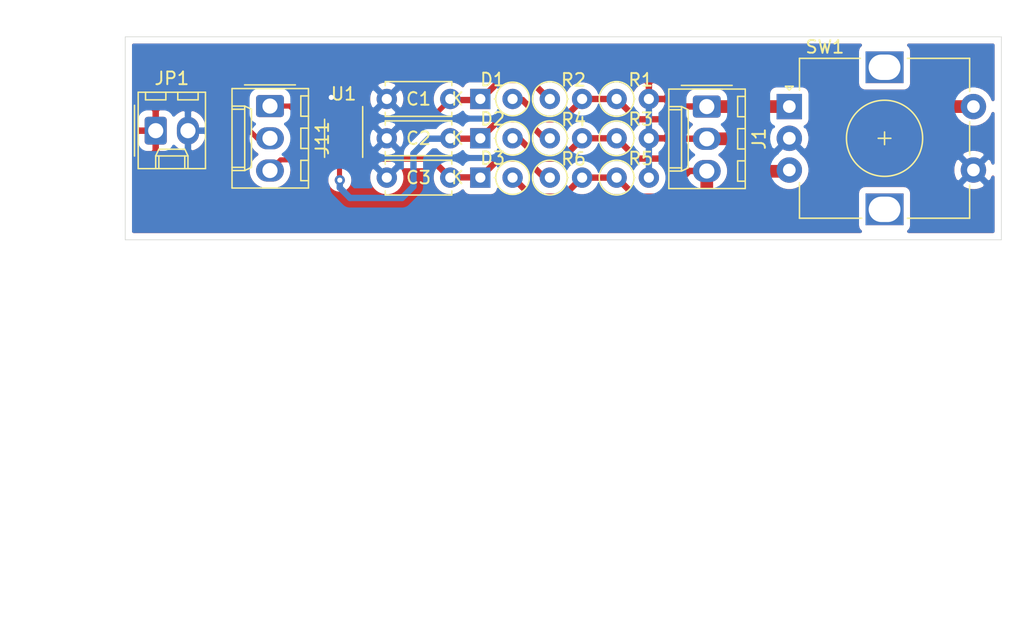
<source format=kicad_pcb>
(kicad_pcb (version 20171130) (host pcbnew 5.1.12-1.fc35)

  (general
    (thickness 1.6)
    (drawings 4)
    (tracks 88)
    (zones 0)
    (modules 17)
    (nets 12)
  )

  (page A4)
  (layers
    (0 F.Cu signal)
    (31 B.Cu signal)
    (32 B.Adhes user hide)
    (33 F.Adhes user hide)
    (34 B.Paste user hide)
    (35 F.Paste user hide)
    (36 B.SilkS user)
    (37 F.SilkS user)
    (38 B.Mask user hide)
    (39 F.Mask user)
    (40 Dwgs.User user)
    (41 Cmts.User user)
    (42 Eco1.User user hide)
    (43 Eco2.User user hide)
    (44 Edge.Cuts user)
    (45 Margin user)
    (46 B.CrtYd user)
    (47 F.CrtYd user)
    (48 B.Fab user hide)
    (49 F.Fab user hide)
  )

  (setup
    (last_trace_width 0.5)
    (user_trace_width 0.4)
    (user_trace_width 0.5)
    (user_trace_width 0.75)
    (user_trace_width 1)
    (trace_clearance 0.2)
    (zone_clearance 0.508)
    (zone_45_only no)
    (trace_min 0.2)
    (via_size 0.8)
    (via_drill 0.4)
    (via_min_size 0.4)
    (via_min_drill 0.3)
    (uvia_size 0.3)
    (uvia_drill 0.1)
    (uvias_allowed no)
    (uvia_min_size 0.2)
    (uvia_min_drill 0.1)
    (edge_width 0.05)
    (segment_width 0.2)
    (pcb_text_width 0.3)
    (pcb_text_size 1.5 1.5)
    (mod_edge_width 0.12)
    (mod_text_size 1 1)
    (mod_text_width 0.15)
    (pad_size 1.524 1.524)
    (pad_drill 0.762)
    (pad_to_mask_clearance 0)
    (aux_axis_origin 0 0)
    (visible_elements FFFFFF7F)
    (pcbplotparams
      (layerselection 0x010fc_ffffffff)
      (usegerberextensions false)
      (usegerberattributes true)
      (usegerberadvancedattributes true)
      (creategerberjobfile true)
      (excludeedgelayer true)
      (linewidth 0.100000)
      (plotframeref false)
      (viasonmask false)
      (mode 1)
      (useauxorigin false)
      (hpglpennumber 1)
      (hpglpenspeed 20)
      (hpglpendiameter 15.000000)
      (psnegative false)
      (psa4output false)
      (plotreference true)
      (plotvalue true)
      (plotinvisibletext false)
      (padsonsilk false)
      (subtractmaskfromsilk false)
      (outputformat 1)
      (mirror false)
      (drillshape 1)
      (scaleselection 1)
      (outputdirectory ""))
  )

  (net 0 "")
  (net 1 GND)
  (net 2 VCC)
  (net 3 "Net-(J11-Pad1)")
  (net 4 "Net-(J11-Pad2)")
  (net 5 "Net-(J11-Pad3)")
  (net 6 Trig_1)
  (net 7 Trig_2)
  (net 8 Trig_3)
  (net 9 Sig_1)
  (net 10 Sig_2)
  (net 11 Sig_3)

  (net_class Default "This is the default net class."
    (clearance 0.2)
    (trace_width 0.25)
    (via_dia 0.8)
    (via_drill 0.4)
    (uvia_dia 0.3)
    (uvia_drill 0.1)
    (add_net GND)
    (add_net "Net-(J11-Pad1)")
    (add_net "Net-(J11-Pad2)")
    (add_net "Net-(J11-Pad3)")
    (add_net Sig_1)
    (add_net Sig_2)
    (add_net Sig_3)
    (add_net Trig_1)
    (add_net Trig_2)
    (add_net Trig_3)
    (add_net VCC)
  )

  (module Connector_Molex:Molex_KK-254_AE-6410-03A_1x03_P2.54mm_Vertical locked (layer F.Cu) (tedit 5EA53D3B) (tstamp 619FF2B5)
    (at 181.6 63.36 270)
    (descr "Molex KK-254 Interconnect System, old/engineering part number: AE-6410-03A example for new part number: 22-27-2031, 3 Pins (http://www.molex.com/pdm_docs/sd/022272021_sd.pdf), generated with kicad-footprint-generator")
    (tags "connector Molex KK-254 vertical")
    (path /61B1F759)
    (fp_text reference J11 (at 2.54 -4.12 90) (layer F.SilkS)
      (effects (font (size 1 1) (thickness 0.15)))
    )
    (fp_text value Trig_Out (at 2.54 4.08 90) (layer F.Fab)
      (effects (font (size 1 1) (thickness 0.15)))
    )
    (fp_text user %R (at 2.54 -2.22 90) (layer F.Fab)
      (effects (font (size 1 1) (thickness 0.15)))
    )
    (fp_line (start -1.27 -2.92) (end -1.27 2.88) (layer F.Fab) (width 0.1))
    (fp_line (start -1.27 2.88) (end 6.35 2.88) (layer F.Fab) (width 0.1))
    (fp_line (start 6.35 2.88) (end 6.35 -2.92) (layer F.Fab) (width 0.1))
    (fp_line (start 6.35 -2.92) (end -1.27 -2.92) (layer F.Fab) (width 0.1))
    (fp_line (start -1.38 -3.03) (end -1.38 2.99) (layer F.SilkS) (width 0.12))
    (fp_line (start -1.38 2.99) (end 6.46 2.99) (layer F.SilkS) (width 0.12))
    (fp_line (start 6.46 2.99) (end 6.46 -3.03) (layer F.SilkS) (width 0.12))
    (fp_line (start 6.46 -3.03) (end -1.38 -3.03) (layer F.SilkS) (width 0.12))
    (fp_line (start -1.67 -2) (end -1.67 2) (layer F.SilkS) (width 0.12))
    (fp_line (start -1.27 -0.5) (end -0.562893 0) (layer F.Fab) (width 0.1))
    (fp_line (start -0.562893 0) (end -1.27 0.5) (layer F.Fab) (width 0.1))
    (fp_line (start 0 2.99) (end 0 1.99) (layer F.SilkS) (width 0.12))
    (fp_line (start 0 1.99) (end 5.08 1.99) (layer F.SilkS) (width 0.12))
    (fp_line (start 5.08 1.99) (end 5.08 2.99) (layer F.SilkS) (width 0.12))
    (fp_line (start 0 1.99) (end 0.25 1.46) (layer F.SilkS) (width 0.12))
    (fp_line (start 0.25 1.46) (end 4.83 1.46) (layer F.SilkS) (width 0.12))
    (fp_line (start 4.83 1.46) (end 5.08 1.99) (layer F.SilkS) (width 0.12))
    (fp_line (start 0.25 2.99) (end 0.25 1.99) (layer F.SilkS) (width 0.12))
    (fp_line (start 4.83 2.99) (end 4.83 1.99) (layer F.SilkS) (width 0.12))
    (fp_line (start -0.8 -3.03) (end -0.8 -2.43) (layer F.SilkS) (width 0.12))
    (fp_line (start -0.8 -2.43) (end 0.8 -2.43) (layer F.SilkS) (width 0.12))
    (fp_line (start 0.8 -2.43) (end 0.8 -3.03) (layer F.SilkS) (width 0.12))
    (fp_line (start 1.74 -3.03) (end 1.74 -2.43) (layer F.SilkS) (width 0.12))
    (fp_line (start 1.74 -2.43) (end 3.34 -2.43) (layer F.SilkS) (width 0.12))
    (fp_line (start 3.34 -2.43) (end 3.34 -3.03) (layer F.SilkS) (width 0.12))
    (fp_line (start 4.28 -3.03) (end 4.28 -2.43) (layer F.SilkS) (width 0.12))
    (fp_line (start 4.28 -2.43) (end 5.88 -2.43) (layer F.SilkS) (width 0.12))
    (fp_line (start 5.88 -2.43) (end 5.88 -3.03) (layer F.SilkS) (width 0.12))
    (fp_line (start -1.77 -3.42) (end -1.77 3.38) (layer F.CrtYd) (width 0.05))
    (fp_line (start -1.77 3.38) (end 6.85 3.38) (layer F.CrtYd) (width 0.05))
    (fp_line (start 6.85 3.38) (end 6.85 -3.42) (layer F.CrtYd) (width 0.05))
    (fp_line (start 6.85 -3.42) (end -1.77 -3.42) (layer F.CrtYd) (width 0.05))
    (pad 3 thru_hole oval (at 5.08 0 270) (size 1.74 2.19) (drill 1.19) (layers *.Cu *.Mask)
      (net 5 "Net-(J11-Pad3)"))
    (pad 2 thru_hole oval (at 2.54 0 270) (size 1.74 2.19) (drill 1.19) (layers *.Cu *.Mask)
      (net 4 "Net-(J11-Pad2)"))
    (pad 1 thru_hole roundrect (at 0 0 270) (size 1.74 2.19) (drill 1.19) (layers *.Cu *.Mask) (roundrect_rratio 0.143678)
      (net 3 "Net-(J11-Pad1)"))
    (model ${KISYS3DMOD}/Connector_Molex.3dshapes/Molex_KK-254_AE-6410-03A_1x03_P2.54mm_Vertical.wrl
      (at (xyz 0 0 0))
      (scale (xyz 1 1 1))
      (rotate (xyz 0 0 0))
    )
  )

  (module Capacitor_THT:C_Disc_D5.0mm_W2.5mm_P5.00mm (layer F.Cu) (tedit 5AE50EF0) (tstamp 619EDB0D)
    (at 190.8 62.8)
    (descr "C, Disc series, Radial, pin pitch=5.00mm, , diameter*width=5*2.5mm^2, Capacitor, http://cdn-reichelt.de/documents/datenblatt/B300/DS_KERKO_TC.pdf")
    (tags "C Disc series Radial pin pitch 5.00mm  diameter 5mm width 2.5mm Capacitor")
    (path /619D2E8F)
    (fp_text reference C1 (at 2.5 0) (layer F.SilkS)
      (effects (font (size 1 1) (thickness 0.15)))
    )
    (fp_text value 100nF (at 2.5 2.5) (layer F.Fab)
      (effects (font (size 1 1) (thickness 0.15)))
    )
    (fp_line (start 0 -1.25) (end 0 1.25) (layer F.Fab) (width 0.1))
    (fp_line (start 0 1.25) (end 5 1.25) (layer F.Fab) (width 0.1))
    (fp_line (start 5 1.25) (end 5 -1.25) (layer F.Fab) (width 0.1))
    (fp_line (start 5 -1.25) (end 0 -1.25) (layer F.Fab) (width 0.1))
    (fp_line (start -0.12 -1.37) (end 5.12 -1.37) (layer F.SilkS) (width 0.12))
    (fp_line (start -0.12 1.37) (end 5.12 1.37) (layer F.SilkS) (width 0.12))
    (fp_line (start -0.12 -1.37) (end -0.12 -1.055) (layer F.SilkS) (width 0.12))
    (fp_line (start -0.12 1.055) (end -0.12 1.37) (layer F.SilkS) (width 0.12))
    (fp_line (start 5.12 -1.37) (end 5.12 -1.055) (layer F.SilkS) (width 0.12))
    (fp_line (start 5.12 1.055) (end 5.12 1.37) (layer F.SilkS) (width 0.12))
    (fp_line (start -1.05 -1.5) (end -1.05 1.5) (layer F.CrtYd) (width 0.05))
    (fp_line (start -1.05 1.5) (end 6.05 1.5) (layer F.CrtYd) (width 0.05))
    (fp_line (start 6.05 1.5) (end 6.05 -1.5) (layer F.CrtYd) (width 0.05))
    (fp_line (start 6.05 -1.5) (end -1.05 -1.5) (layer F.CrtYd) (width 0.05))
    (fp_text user %R (at 2.5 0) (layer F.Fab)
      (effects (font (size 1 1) (thickness 0.15)))
    )
    (pad 2 thru_hole circle (at 5 0) (size 1.6 1.6) (drill 0.8) (layers *.Cu *.Mask)
      (net 6 Trig_1))
    (pad 1 thru_hole circle (at 0 0) (size 1.6 1.6) (drill 0.8) (layers *.Cu *.Mask)
      (net 1 GND))
    (model ${KISYS3DMOD}/Capacitor_THT.3dshapes/C_Disc_D5.0mm_W2.5mm_P5.00mm.wrl
      (at (xyz 0 0 0))
      (scale (xyz 1 1 1))
      (rotate (xyz 0 0 0))
    )
  )

  (module Package_SO:SSOP-8_2.95x2.8mm_P0.65mm (layer F.Cu) (tedit 5A02F25C) (tstamp 619EA000)
    (at 187.4 65.9 270)
    (descr "SSOP-8 2.9 x2.8mm Pitch 0.65mm")
    (tags "SSOP-8 2.95x2.8mm Pitch 0.65mm")
    (path /619EC3D6)
    (attr smd)
    (fp_text reference U1 (at -3.5 0 180) (layer F.SilkS)
      (effects (font (size 1 1) (thickness 0.15)))
    )
    (fp_text value 74LVC3G14 (at 0 2.6 90) (layer F.Fab)
      (effects (font (size 1 1) (thickness 0.15)))
    )
    (fp_line (start 1.475 -1.4) (end 1.475 1.4) (layer F.Fab) (width 0.1))
    (fp_line (start 1.475 1.4) (end -1.475 1.4) (layer F.Fab) (width 0.1))
    (fp_line (start -1.475 1.4) (end -1.475 -0.7) (layer F.Fab) (width 0.1))
    (fp_line (start -0.475 -1.4) (end 1.475 -1.4) (layer F.Fab) (width 0.1))
    (fp_line (start -0.475 -1.4) (end -1.475 -0.7) (layer F.Fab) (width 0.1))
    (fp_line (start 1.5 -1.5) (end -2.5 -1.5) (layer F.SilkS) (width 0.12))
    (fp_line (start 1.5 1.5) (end -1.5 1.5) (layer F.SilkS) (width 0.12))
    (fp_line (start 2.75 -1.65) (end 2.75 1.65) (layer F.CrtYd) (width 0.05))
    (fp_line (start 2.75 1.65) (end -2.75 1.65) (layer F.CrtYd) (width 0.05))
    (fp_line (start -2.75 1.65) (end -2.75 -1.65) (layer F.CrtYd) (width 0.05))
    (fp_line (start -2.75 -1.65) (end 2.75 -1.65) (layer F.CrtYd) (width 0.05))
    (fp_text user %R (at 0 0 90) (layer F.Fab)
      (effects (font (size 0.6 0.6) (thickness 0.15)))
    )
    (pad 8 smd rect (at 1.7 -0.975 180) (size 0.3 1.6) (layers F.Cu F.Paste F.Mask)
      (net 2 VCC))
    (pad 7 smd rect (at 1.7 -0.325 180) (size 0.3 1.6) (layers F.Cu F.Paste F.Mask)
      (net 3 "Net-(J11-Pad1)"))
    (pad 6 smd rect (at 1.7 0.325 180) (size 0.3 1.6) (layers F.Cu F.Paste F.Mask)
      (net 7 Trig_2))
    (pad 5 smd rect (at 1.7 0.975 180) (size 0.3 1.6) (layers F.Cu F.Paste F.Mask)
      (net 5 "Net-(J11-Pad3)"))
    (pad 4 smd rect (at -1.7 0.975 180) (size 0.3 1.6) (layers F.Cu F.Paste F.Mask)
      (net 1 GND))
    (pad 3 smd rect (at -1.7 0.325 180) (size 0.3 1.6) (layers F.Cu F.Paste F.Mask)
      (net 8 Trig_3))
    (pad 2 smd rect (at -1.7 -0.325 180) (size 0.3 1.6) (layers F.Cu F.Paste F.Mask)
      (net 4 "Net-(J11-Pad2)"))
    (pad 1 smd rect (at -1.7 -0.975 180) (size 0.3 1.6) (layers F.Cu F.Paste F.Mask)
      (net 6 Trig_1))
    (model ${KISYS3DMOD}/Package_SO.3dshapes/SSOP-8_2.95x2.8mm_P0.65mm.wrl
      (at (xyz 0 0 0))
      (scale (xyz 1 1 1))
      (rotate (xyz 0 0 0))
    )
  )

  (module Resistor_THT:R_Axial_DIN0207_L6.3mm_D2.5mm_P2.54mm_Vertical (layer F.Cu) (tedit 5AE5139B) (tstamp 619E9FB6)
    (at 208.9 62.8)
    (descr "Resistor, Axial_DIN0207 series, Axial, Vertical, pin pitch=2.54mm, 0.25W = 1/4W, length*diameter=6.3*2.5mm^2, http://cdn-reichelt.de/documents/datenblatt/B400/1_4W%23YAG.pdf")
    (tags "Resistor Axial_DIN0207 series Axial Vertical pin pitch 2.54mm 0.25W = 1/4W length 6.3mm diameter 2.5mm")
    (path /619D386E)
    (fp_text reference R1 (at 1.9 -1.5) (layer F.SilkS)
      (effects (font (size 1 1) (thickness 0.15)))
    )
    (fp_text value 82K (at 1.27 2.37) (layer F.Fab)
      (effects (font (size 1 1) (thickness 0.15)))
    )
    (fp_circle (center 0 0) (end 1.25 0) (layer F.Fab) (width 0.1))
    (fp_circle (center 0 0) (end 1.37 0) (layer F.SilkS) (width 0.12))
    (fp_line (start 0 0) (end 2.54 0) (layer F.Fab) (width 0.1))
    (fp_line (start 1.37 0) (end 1.44 0) (layer F.SilkS) (width 0.12))
    (fp_line (start -1.5 -1.5) (end -1.5 1.5) (layer F.CrtYd) (width 0.05))
    (fp_line (start -1.5 1.5) (end 3.59 1.5) (layer F.CrtYd) (width 0.05))
    (fp_line (start 3.59 1.5) (end 3.59 -1.5) (layer F.CrtYd) (width 0.05))
    (fp_line (start 3.59 -1.5) (end -1.5 -1.5) (layer F.CrtYd) (width 0.05))
    (fp_text user %R (at 1.27 -2.37) (layer F.Fab)
      (effects (font (size 1 1) (thickness 0.15)))
    )
    (pad 2 thru_hole oval (at 2.54 0) (size 1.6 1.6) (drill 0.8) (layers *.Cu *.Mask)
      (net 2 VCC))
    (pad 1 thru_hole circle (at 0 0) (size 1.6 1.6) (drill 0.8) (layers *.Cu *.Mask)
      (net 9 Sig_1))
    (model ${KISYS3DMOD}/Resistor_THT.3dshapes/R_Axial_DIN0207_L6.3mm_D2.5mm_P2.54mm_Vertical.wrl
      (at (xyz 0 0 0))
      (scale (xyz 1 1 1))
      (rotate (xyz 0 0 0))
    )
  )

  (module Resistor_THT:R_Axial_DIN0207_L6.3mm_D2.5mm_P2.54mm_Vertical (layer F.Cu) (tedit 5AE5139B) (tstamp 619E9FA2)
    (at 203.641166 62.8)
    (descr "Resistor, Axial_DIN0207 series, Axial, Vertical, pin pitch=2.54mm, 0.25W = 1/4W, length*diameter=6.3*2.5mm^2, http://cdn-reichelt.de/documents/datenblatt/B400/1_4W%23YAG.pdf")
    (tags "Resistor Axial_DIN0207 series Axial Vertical pin pitch 2.54mm 0.25W = 1/4W length 6.3mm diameter 2.5mm")
    (path /619D627B)
    (fp_text reference R2 (at 1.858834 -1.5) (layer F.SilkS)
      (effects (font (size 1 1) (thickness 0.15)))
    )
    (fp_text value 18K2 (at 1.27 2.37) (layer F.Fab)
      (effects (font (size 1 1) (thickness 0.15)))
    )
    (fp_line (start 3.59 -1.5) (end -1.5 -1.5) (layer F.CrtYd) (width 0.05))
    (fp_line (start 3.59 1.5) (end 3.59 -1.5) (layer F.CrtYd) (width 0.05))
    (fp_line (start -1.5 1.5) (end 3.59 1.5) (layer F.CrtYd) (width 0.05))
    (fp_line (start -1.5 -1.5) (end -1.5 1.5) (layer F.CrtYd) (width 0.05))
    (fp_line (start 1.37 0) (end 1.44 0) (layer F.SilkS) (width 0.12))
    (fp_line (start 0 0) (end 2.54 0) (layer F.Fab) (width 0.1))
    (fp_circle (center 0 0) (end 1.37 0) (layer F.SilkS) (width 0.12))
    (fp_circle (center 0 0) (end 1.25 0) (layer F.Fab) (width 0.1))
    (fp_text user %R (at 1.27 -2.37) (layer F.Fab)
      (effects (font (size 1 1) (thickness 0.15)))
    )
    (pad 1 thru_hole circle (at 0 0) (size 1.6 1.6) (drill 0.8) (layers *.Cu *.Mask)
      (net 6 Trig_1))
    (pad 2 thru_hole oval (at 2.54 0) (size 1.6 1.6) (drill 0.8) (layers *.Cu *.Mask)
      (net 9 Sig_1))
    (model ${KISYS3DMOD}/Resistor_THT.3dshapes/R_Axial_DIN0207_L6.3mm_D2.5mm_P2.54mm_Vertical.wrl
      (at (xyz 0 0 0))
      (scale (xyz 1 1 1))
      (rotate (xyz 0 0 0))
    )
  )

  (module Diode_THT:D_DO-35_SOD27_P2.54mm_Vertical_KathodeUp (layer F.Cu) (tedit 5AE50CD5) (tstamp 619E9F91)
    (at 198.165833 62.8)
    (descr "Diode, DO-35_SOD27 series, Axial, Vertical, pin pitch=2.54mm, , length*diameter=4*2mm^2, , http://www.diodes.com/_files/packages/DO-35.pdf")
    (tags "Diode DO-35_SOD27 series Axial Vertical pin pitch 2.54mm  length 4mm diameter 2mm")
    (path /619D2140)
    (fp_text reference D1 (at 0.97 -1.526371) (layer F.SilkS)
      (effects (font (size 1 1) (thickness 0.15)))
    )
    (fp_text value 1N4148 (at 1.27 3.215371) (layer F.Fab)
      (effects (font (size 1 1) (thickness 0.15)))
    )
    (fp_circle (center 2.54 0) (end 3.54 0) (layer F.Fab) (width 0.1))
    (fp_circle (center 2.54 0) (end 3.866371 0) (layer F.SilkS) (width 0.12))
    (fp_line (start 0 0) (end 2.54 0) (layer F.Fab) (width 0.1))
    (fp_line (start 1.213629 0) (end 1.1 0) (layer F.SilkS) (width 0.12))
    (fp_line (start -1.05 -1.25) (end -1.05 1.25) (layer F.CrtYd) (width 0.05))
    (fp_line (start -1.05 1.25) (end 3.79 1.25) (layer F.CrtYd) (width 0.05))
    (fp_line (start 3.79 1.25) (end 3.79 -1.25) (layer F.CrtYd) (width 0.05))
    (fp_line (start 3.79 -1.25) (end -1.05 -1.25) (layer F.CrtYd) (width 0.05))
    (fp_text user K (at -1.8 0) (layer F.SilkS)
      (effects (font (size 1 1) (thickness 0.15)))
    )
    (fp_text user K (at -1.8 0) (layer F.Fab)
      (effects (font (size 1 1) (thickness 0.15)))
    )
    (fp_text user %R (at 1.27 -2.326371) (layer F.Fab)
      (effects (font (size 1 1) (thickness 0.15)))
    )
    (pad 2 thru_hole oval (at 2.54 0) (size 1.6 1.6) (drill 0.8) (layers *.Cu *.Mask)
      (net 9 Sig_1))
    (pad 1 thru_hole rect (at 0 0) (size 1.6 1.6) (drill 0.8) (layers *.Cu *.Mask)
      (net 6 Trig_1))
    (model ${KISYS3DMOD}/Diode_THT.3dshapes/D_DO-35_SOD27_P2.54mm_Vertical_KathodeUp.wrl
      (at (xyz 0 0 0))
      (scale (xyz 1 1 1))
      (rotate (xyz 0 0 0))
    )
  )

  (module Capacitor_THT:C_Disc_D5.0mm_W2.5mm_P5.00mm (layer F.Cu) (tedit 5AE50EF0) (tstamp 619EB2AB)
    (at 190.8 65.9)
    (descr "C, Disc series, Radial, pin pitch=5.00mm, , diameter*width=5*2.5mm^2, Capacitor, http://cdn-reichelt.de/documents/datenblatt/B300/DS_KERKO_TC.pdf")
    (tags "C Disc series Radial pin pitch 5.00mm  diameter 5mm width 2.5mm Capacitor")
    (path /619FE161)
    (fp_text reference C2 (at 2.5 0) (layer F.SilkS)
      (effects (font (size 1 1) (thickness 0.15)))
    )
    (fp_text value 100nF (at 2.5 2.5) (layer F.Fab)
      (effects (font (size 1 1) (thickness 0.15)))
    )
    (fp_line (start 0 -1.25) (end 0 1.25) (layer F.Fab) (width 0.1))
    (fp_line (start 0 1.25) (end 5 1.25) (layer F.Fab) (width 0.1))
    (fp_line (start 5 1.25) (end 5 -1.25) (layer F.Fab) (width 0.1))
    (fp_line (start 5 -1.25) (end 0 -1.25) (layer F.Fab) (width 0.1))
    (fp_line (start -0.12 -1.37) (end 5.12 -1.37) (layer F.SilkS) (width 0.12))
    (fp_line (start -0.12 1.37) (end 5.12 1.37) (layer F.SilkS) (width 0.12))
    (fp_line (start -0.12 -1.37) (end -0.12 -1.055) (layer F.SilkS) (width 0.12))
    (fp_line (start -0.12 1.055) (end -0.12 1.37) (layer F.SilkS) (width 0.12))
    (fp_line (start 5.12 -1.37) (end 5.12 -1.055) (layer F.SilkS) (width 0.12))
    (fp_line (start 5.12 1.055) (end 5.12 1.37) (layer F.SilkS) (width 0.12))
    (fp_line (start -1.05 -1.5) (end -1.05 1.5) (layer F.CrtYd) (width 0.05))
    (fp_line (start -1.05 1.5) (end 6.05 1.5) (layer F.CrtYd) (width 0.05))
    (fp_line (start 6.05 1.5) (end 6.05 -1.5) (layer F.CrtYd) (width 0.05))
    (fp_line (start 6.05 -1.5) (end -1.05 -1.5) (layer F.CrtYd) (width 0.05))
    (fp_text user %R (at 2.5 0) (layer F.Fab)
      (effects (font (size 1 1) (thickness 0.15)))
    )
    (pad 2 thru_hole circle (at 5 0) (size 1.6 1.6) (drill 0.8) (layers *.Cu *.Mask)
      (net 7 Trig_2))
    (pad 1 thru_hole circle (at 0 0) (size 1.6 1.6) (drill 0.8) (layers *.Cu *.Mask)
      (net 1 GND))
    (model ${KISYS3DMOD}/Capacitor_THT.3dshapes/C_Disc_D5.0mm_W2.5mm_P5.00mm.wrl
      (at (xyz 0 0 0))
      (scale (xyz 1 1 1))
      (rotate (xyz 0 0 0))
    )
  )

  (module Capacitor_THT:C_Disc_D5.0mm_W2.5mm_P5.00mm (layer F.Cu) (tedit 5AE50EF0) (tstamp 619EB2C0)
    (at 190.8 69)
    (descr "C, Disc series, Radial, pin pitch=5.00mm, , diameter*width=5*2.5mm^2, Capacitor, http://cdn-reichelt.de/documents/datenblatt/B300/DS_KERKO_TC.pdf")
    (tags "C Disc series Radial pin pitch 5.00mm  diameter 5mm width 2.5mm Capacitor")
    (path /61A01A4F)
    (fp_text reference C3 (at 2.5 0) (layer F.SilkS)
      (effects (font (size 1 1) (thickness 0.15)))
    )
    (fp_text value 100nF (at 2.5 2.5) (layer F.Fab)
      (effects (font (size 1 1) (thickness 0.15)))
    )
    (fp_line (start 6.05 -1.5) (end -1.05 -1.5) (layer F.CrtYd) (width 0.05))
    (fp_line (start 6.05 1.5) (end 6.05 -1.5) (layer F.CrtYd) (width 0.05))
    (fp_line (start -1.05 1.5) (end 6.05 1.5) (layer F.CrtYd) (width 0.05))
    (fp_line (start -1.05 -1.5) (end -1.05 1.5) (layer F.CrtYd) (width 0.05))
    (fp_line (start 5.12 1.055) (end 5.12 1.37) (layer F.SilkS) (width 0.12))
    (fp_line (start 5.12 -1.37) (end 5.12 -1.055) (layer F.SilkS) (width 0.12))
    (fp_line (start -0.12 1.055) (end -0.12 1.37) (layer F.SilkS) (width 0.12))
    (fp_line (start -0.12 -1.37) (end -0.12 -1.055) (layer F.SilkS) (width 0.12))
    (fp_line (start -0.12 1.37) (end 5.12 1.37) (layer F.SilkS) (width 0.12))
    (fp_line (start -0.12 -1.37) (end 5.12 -1.37) (layer F.SilkS) (width 0.12))
    (fp_line (start 5 -1.25) (end 0 -1.25) (layer F.Fab) (width 0.1))
    (fp_line (start 5 1.25) (end 5 -1.25) (layer F.Fab) (width 0.1))
    (fp_line (start 0 1.25) (end 5 1.25) (layer F.Fab) (width 0.1))
    (fp_line (start 0 -1.25) (end 0 1.25) (layer F.Fab) (width 0.1))
    (fp_text user %R (at 2.5 0) (layer F.Fab)
      (effects (font (size 1 1) (thickness 0.15)))
    )
    (pad 1 thru_hole circle (at 0 0) (size 1.6 1.6) (drill 0.8) (layers *.Cu *.Mask)
      (net 1 GND))
    (pad 2 thru_hole circle (at 5 0) (size 1.6 1.6) (drill 0.8) (layers *.Cu *.Mask)
      (net 8 Trig_3))
    (model ${KISYS3DMOD}/Capacitor_THT.3dshapes/C_Disc_D5.0mm_W2.5mm_P5.00mm.wrl
      (at (xyz 0 0 0))
      (scale (xyz 1 1 1))
      (rotate (xyz 0 0 0))
    )
  )

  (module Diode_THT:D_DO-35_SOD27_P2.54mm_Vertical_KathodeUp (layer F.Cu) (tedit 5AE50CD5) (tstamp 619EB34F)
    (at 198.165833 65.9)
    (descr "Diode, DO-35_SOD27 series, Axial, Vertical, pin pitch=2.54mm, , length*diameter=4*2mm^2, , http://www.diodes.com/_files/packages/DO-35.pdf")
    (tags "Diode DO-35_SOD27 series Axial Vertical pin pitch 2.54mm  length 4mm diameter 2mm")
    (path /619FE15B)
    (fp_text reference D2 (at 0.97 -1.526371) (layer F.SilkS)
      (effects (font (size 1 1) (thickness 0.15)))
    )
    (fp_text value 1N4148 (at 1.27 3.215371) (layer F.Fab)
      (effects (font (size 1 1) (thickness 0.15)))
    )
    (fp_circle (center 2.54 0) (end 3.54 0) (layer F.Fab) (width 0.1))
    (fp_circle (center 2.54 0) (end 3.866371 0) (layer F.SilkS) (width 0.12))
    (fp_line (start 0 0) (end 2.54 0) (layer F.Fab) (width 0.1))
    (fp_line (start 1.213629 0) (end 1.1 0) (layer F.SilkS) (width 0.12))
    (fp_line (start -1.05 -1.25) (end -1.05 1.25) (layer F.CrtYd) (width 0.05))
    (fp_line (start -1.05 1.25) (end 3.79 1.25) (layer F.CrtYd) (width 0.05))
    (fp_line (start 3.79 1.25) (end 3.79 -1.25) (layer F.CrtYd) (width 0.05))
    (fp_line (start 3.79 -1.25) (end -1.05 -1.25) (layer F.CrtYd) (width 0.05))
    (fp_text user K (at -1.8 0) (layer F.SilkS)
      (effects (font (size 1 1) (thickness 0.15)))
    )
    (fp_text user K (at -1.8 0) (layer F.Fab)
      (effects (font (size 1 1) (thickness 0.15)))
    )
    (fp_text user %R (at 1.27 -2.326371) (layer F.Fab)
      (effects (font (size 1 1) (thickness 0.15)))
    )
    (pad 2 thru_hole oval (at 2.54 0) (size 1.6 1.6) (drill 0.8) (layers *.Cu *.Mask)
      (net 10 Sig_2))
    (pad 1 thru_hole rect (at 0 0) (size 1.6 1.6) (drill 0.8) (layers *.Cu *.Mask)
      (net 7 Trig_2))
    (model ${KISYS3DMOD}/Diode_THT.3dshapes/D_DO-35_SOD27_P2.54mm_Vertical_KathodeUp.wrl
      (at (xyz 0 0 0))
      (scale (xyz 1 1 1))
      (rotate (xyz 0 0 0))
    )
  )

  (module Diode_THT:D_DO-35_SOD27_P2.54mm_Vertical_KathodeUp (layer F.Cu) (tedit 5AE50CD5) (tstamp 619EB360)
    (at 198.165833 69)
    (descr "Diode, DO-35_SOD27 series, Axial, Vertical, pin pitch=2.54mm, , length*diameter=4*2mm^2, , http://www.diodes.com/_files/packages/DO-35.pdf")
    (tags "Diode DO-35_SOD27 series Axial Vertical pin pitch 2.54mm  length 4mm diameter 2mm")
    (path /61A01A49)
    (fp_text reference D3 (at 0.97 -1.526371) (layer F.SilkS)
      (effects (font (size 1 1) (thickness 0.15)))
    )
    (fp_text value 1N4148 (at 1.27 3.215371) (layer F.Fab)
      (effects (font (size 1 1) (thickness 0.15)))
    )
    (fp_line (start 3.79 -1.25) (end -1.05 -1.25) (layer F.CrtYd) (width 0.05))
    (fp_line (start 3.79 1.25) (end 3.79 -1.25) (layer F.CrtYd) (width 0.05))
    (fp_line (start -1.05 1.25) (end 3.79 1.25) (layer F.CrtYd) (width 0.05))
    (fp_line (start -1.05 -1.25) (end -1.05 1.25) (layer F.CrtYd) (width 0.05))
    (fp_line (start 1.213629 0) (end 1.1 0) (layer F.SilkS) (width 0.12))
    (fp_line (start 0 0) (end 2.54 0) (layer F.Fab) (width 0.1))
    (fp_circle (center 2.54 0) (end 3.866371 0) (layer F.SilkS) (width 0.12))
    (fp_circle (center 2.54 0) (end 3.54 0) (layer F.Fab) (width 0.1))
    (fp_text user %R (at 1.27 -2.326371) (layer F.Fab)
      (effects (font (size 1 1) (thickness 0.15)))
    )
    (fp_text user K (at -1.8 0) (layer F.Fab)
      (effects (font (size 1 1) (thickness 0.15)))
    )
    (fp_text user K (at -1.8 0) (layer F.SilkS)
      (effects (font (size 1 1) (thickness 0.15)))
    )
    (pad 1 thru_hole rect (at 0 0) (size 1.6 1.6) (drill 0.8) (layers *.Cu *.Mask)
      (net 8 Trig_3))
    (pad 2 thru_hole oval (at 2.54 0) (size 1.6 1.6) (drill 0.8) (layers *.Cu *.Mask)
      (net 11 Sig_3))
    (model ${KISYS3DMOD}/Diode_THT.3dshapes/D_DO-35_SOD27_P2.54mm_Vertical_KathodeUp.wrl
      (at (xyz 0 0 0))
      (scale (xyz 1 1 1))
      (rotate (xyz 0 0 0))
    )
  )

  (module Resistor_THT:R_Axial_DIN0207_L6.3mm_D2.5mm_P2.54mm_Vertical (layer F.Cu) (tedit 5AE5139B) (tstamp 619EB475)
    (at 208.9 65.9)
    (descr "Resistor, Axial_DIN0207 series, Axial, Vertical, pin pitch=2.54mm, 0.25W = 1/4W, length*diameter=6.3*2.5mm^2, http://cdn-reichelt.de/documents/datenblatt/B400/1_4W%23YAG.pdf")
    (tags "Resistor Axial_DIN0207 series Axial Vertical pin pitch 2.54mm 0.25W = 1/4W length 6.3mm diameter 2.5mm")
    (path /619FE147)
    (fp_text reference R3 (at 1.9 -1.5) (layer F.SilkS)
      (effects (font (size 1 1) (thickness 0.15)))
    )
    (fp_text value 82K (at 1.27 2.37) (layer F.Fab)
      (effects (font (size 1 1) (thickness 0.15)))
    )
    (fp_line (start 3.59 -1.5) (end -1.5 -1.5) (layer F.CrtYd) (width 0.05))
    (fp_line (start 3.59 1.5) (end 3.59 -1.5) (layer F.CrtYd) (width 0.05))
    (fp_line (start -1.5 1.5) (end 3.59 1.5) (layer F.CrtYd) (width 0.05))
    (fp_line (start -1.5 -1.5) (end -1.5 1.5) (layer F.CrtYd) (width 0.05))
    (fp_line (start 1.37 0) (end 1.44 0) (layer F.SilkS) (width 0.12))
    (fp_line (start 0 0) (end 2.54 0) (layer F.Fab) (width 0.1))
    (fp_circle (center 0 0) (end 1.37 0) (layer F.SilkS) (width 0.12))
    (fp_circle (center 0 0) (end 1.25 0) (layer F.Fab) (width 0.1))
    (fp_text user %R (at 1.27 -2.37) (layer F.Fab)
      (effects (font (size 1 1) (thickness 0.15)))
    )
    (pad 1 thru_hole circle (at 0 0) (size 1.6 1.6) (drill 0.8) (layers *.Cu *.Mask)
      (net 10 Sig_2))
    (pad 2 thru_hole oval (at 2.54 0) (size 1.6 1.6) (drill 0.8) (layers *.Cu *.Mask)
      (net 2 VCC))
    (model ${KISYS3DMOD}/Resistor_THT.3dshapes/R_Axial_DIN0207_L6.3mm_D2.5mm_P2.54mm_Vertical.wrl
      (at (xyz 0 0 0))
      (scale (xyz 1 1 1))
      (rotate (xyz 0 0 0))
    )
  )

  (module Resistor_THT:R_Axial_DIN0207_L6.3mm_D2.5mm_P2.54mm_Vertical (layer F.Cu) (tedit 5AE5139B) (tstamp 619EB484)
    (at 203.641166 65.9)
    (descr "Resistor, Axial_DIN0207 series, Axial, Vertical, pin pitch=2.54mm, 0.25W = 1/4W, length*diameter=6.3*2.5mm^2, http://cdn-reichelt.de/documents/datenblatt/B400/1_4W%23YAG.pdf")
    (tags "Resistor Axial_DIN0207 series Axial Vertical pin pitch 2.54mm 0.25W = 1/4W length 6.3mm diameter 2.5mm")
    (path /619FE153)
    (fp_text reference R4 (at 1.87 -1.47) (layer F.SilkS)
      (effects (font (size 1 1) (thickness 0.15)))
    )
    (fp_text value 18K2 (at 1.27 2.37) (layer F.Fab)
      (effects (font (size 1 1) (thickness 0.15)))
    )
    (fp_circle (center 0 0) (end 1.25 0) (layer F.Fab) (width 0.1))
    (fp_circle (center 0 0) (end 1.37 0) (layer F.SilkS) (width 0.12))
    (fp_line (start 0 0) (end 2.54 0) (layer F.Fab) (width 0.1))
    (fp_line (start 1.37 0) (end 1.44 0) (layer F.SilkS) (width 0.12))
    (fp_line (start -1.5 -1.5) (end -1.5 1.5) (layer F.CrtYd) (width 0.05))
    (fp_line (start -1.5 1.5) (end 3.59 1.5) (layer F.CrtYd) (width 0.05))
    (fp_line (start 3.59 1.5) (end 3.59 -1.5) (layer F.CrtYd) (width 0.05))
    (fp_line (start 3.59 -1.5) (end -1.5 -1.5) (layer F.CrtYd) (width 0.05))
    (fp_text user %R (at 1.27 -2.37) (layer F.Fab)
      (effects (font (size 1 1) (thickness 0.15)))
    )
    (pad 2 thru_hole oval (at 2.54 0) (size 1.6 1.6) (drill 0.8) (layers *.Cu *.Mask)
      (net 10 Sig_2))
    (pad 1 thru_hole circle (at 0 0) (size 1.6 1.6) (drill 0.8) (layers *.Cu *.Mask)
      (net 7 Trig_2))
    (model ${KISYS3DMOD}/Resistor_THT.3dshapes/R_Axial_DIN0207_L6.3mm_D2.5mm_P2.54mm_Vertical.wrl
      (at (xyz 0 0 0))
      (scale (xyz 1 1 1))
      (rotate (xyz 0 0 0))
    )
  )

  (module Resistor_THT:R_Axial_DIN0207_L6.3mm_D2.5mm_P2.54mm_Vertical (layer F.Cu) (tedit 5AE5139B) (tstamp 619EB493)
    (at 208.9 69)
    (descr "Resistor, Axial_DIN0207 series, Axial, Vertical, pin pitch=2.54mm, 0.25W = 1/4W, length*diameter=6.3*2.5mm^2, http://cdn-reichelt.de/documents/datenblatt/B400/1_4W%23YAG.pdf")
    (tags "Resistor Axial_DIN0207 series Axial Vertical pin pitch 2.54mm 0.25W = 1/4W length 6.3mm diameter 2.5mm")
    (path /61A01A35)
    (fp_text reference R5 (at 1.9 -1.5) (layer F.SilkS)
      (effects (font (size 1 1) (thickness 0.15)))
    )
    (fp_text value 82K (at 1.27 2.37) (layer F.Fab)
      (effects (font (size 1 1) (thickness 0.15)))
    )
    (fp_line (start 3.59 -1.5) (end -1.5 -1.5) (layer F.CrtYd) (width 0.05))
    (fp_line (start 3.59 1.5) (end 3.59 -1.5) (layer F.CrtYd) (width 0.05))
    (fp_line (start -1.5 1.5) (end 3.59 1.5) (layer F.CrtYd) (width 0.05))
    (fp_line (start -1.5 -1.5) (end -1.5 1.5) (layer F.CrtYd) (width 0.05))
    (fp_line (start 1.37 0) (end 1.44 0) (layer F.SilkS) (width 0.12))
    (fp_line (start 0 0) (end 2.54 0) (layer F.Fab) (width 0.1))
    (fp_circle (center 0 0) (end 1.37 0) (layer F.SilkS) (width 0.12))
    (fp_circle (center 0 0) (end 1.25 0) (layer F.Fab) (width 0.1))
    (fp_text user %R (at 1.27 -2.37) (layer F.Fab)
      (effects (font (size 1 1) (thickness 0.15)))
    )
    (pad 1 thru_hole circle (at 0 0) (size 1.6 1.6) (drill 0.8) (layers *.Cu *.Mask)
      (net 11 Sig_3))
    (pad 2 thru_hole oval (at 2.54 0) (size 1.6 1.6) (drill 0.8) (layers *.Cu *.Mask)
      (net 2 VCC))
    (model ${KISYS3DMOD}/Resistor_THT.3dshapes/R_Axial_DIN0207_L6.3mm_D2.5mm_P2.54mm_Vertical.wrl
      (at (xyz 0 0 0))
      (scale (xyz 1 1 1))
      (rotate (xyz 0 0 0))
    )
  )

  (module Resistor_THT:R_Axial_DIN0207_L6.3mm_D2.5mm_P2.54mm_Vertical (layer F.Cu) (tedit 5AE5139B) (tstamp 619EB4A2)
    (at 203.641166 69)
    (descr "Resistor, Axial_DIN0207 series, Axial, Vertical, pin pitch=2.54mm, 0.25W = 1/4W, length*diameter=6.3*2.5mm^2, http://cdn-reichelt.de/documents/datenblatt/B400/1_4W%23YAG.pdf")
    (tags "Resistor Axial_DIN0207 series Axial Vertical pin pitch 2.54mm 0.25W = 1/4W length 6.3mm diameter 2.5mm")
    (path /61A01A41)
    (fp_text reference R6 (at 1.87 -1.47) (layer F.SilkS)
      (effects (font (size 1 1) (thickness 0.15)))
    )
    (fp_text value 18K2 (at 1.27 2.37) (layer F.Fab)
      (effects (font (size 1 1) (thickness 0.15)))
    )
    (fp_circle (center 0 0) (end 1.25 0) (layer F.Fab) (width 0.1))
    (fp_circle (center 0 0) (end 1.37 0) (layer F.SilkS) (width 0.12))
    (fp_line (start 0 0) (end 2.54 0) (layer F.Fab) (width 0.1))
    (fp_line (start 1.37 0) (end 1.44 0) (layer F.SilkS) (width 0.12))
    (fp_line (start -1.5 -1.5) (end -1.5 1.5) (layer F.CrtYd) (width 0.05))
    (fp_line (start -1.5 1.5) (end 3.59 1.5) (layer F.CrtYd) (width 0.05))
    (fp_line (start 3.59 1.5) (end 3.59 -1.5) (layer F.CrtYd) (width 0.05))
    (fp_line (start 3.59 -1.5) (end -1.5 -1.5) (layer F.CrtYd) (width 0.05))
    (fp_text user %R (at 1.27 -2.37) (layer F.Fab)
      (effects (font (size 1 1) (thickness 0.15)))
    )
    (pad 2 thru_hole oval (at 2.54 0) (size 1.6 1.6) (drill 0.8) (layers *.Cu *.Mask)
      (net 11 Sig_3))
    (pad 1 thru_hole circle (at 0 0) (size 1.6 1.6) (drill 0.8) (layers *.Cu *.Mask)
      (net 8 Trig_3))
    (model ${KISYS3DMOD}/Resistor_THT.3dshapes/R_Axial_DIN0207_L6.3mm_D2.5mm_P2.54mm_Vertical.wrl
      (at (xyz 0 0 0))
      (scale (xyz 1 1 1))
      (rotate (xyz 0 0 0))
    )
  )

  (module Connector_Molex:Molex_KK-254_AE-6410-02A_1x02_P2.54mm_Vertical (layer F.Cu) (tedit 5EA53D3B) (tstamp 619EC000)
    (at 172.6 65.3)
    (descr "Molex KK-254 Interconnect System, old/engineering part number: AE-6410-02A example for new part number: 22-27-2021, 2 Pins (http://www.molex.com/pdm_docs/sd/022272021_sd.pdf), generated with kicad-footprint-generator")
    (tags "connector Molex KK-254 vertical")
    (path /61B21F5A)
    (fp_text reference JP1 (at 1.27 -4.12) (layer F.SilkS)
      (effects (font (size 1 1) (thickness 0.15)))
    )
    (fp_text value Pwr (at 1.27 4.08) (layer F.Fab)
      (effects (font (size 1 1) (thickness 0.15)))
    )
    (fp_line (start 4.31 -3.42) (end -1.77 -3.42) (layer F.CrtYd) (width 0.05))
    (fp_line (start 4.31 3.38) (end 4.31 -3.42) (layer F.CrtYd) (width 0.05))
    (fp_line (start -1.77 3.38) (end 4.31 3.38) (layer F.CrtYd) (width 0.05))
    (fp_line (start -1.77 -3.42) (end -1.77 3.38) (layer F.CrtYd) (width 0.05))
    (fp_line (start 3.34 -2.43) (end 3.34 -3.03) (layer F.SilkS) (width 0.12))
    (fp_line (start 1.74 -2.43) (end 3.34 -2.43) (layer F.SilkS) (width 0.12))
    (fp_line (start 1.74 -3.03) (end 1.74 -2.43) (layer F.SilkS) (width 0.12))
    (fp_line (start 0.8 -2.43) (end 0.8 -3.03) (layer F.SilkS) (width 0.12))
    (fp_line (start -0.8 -2.43) (end 0.8 -2.43) (layer F.SilkS) (width 0.12))
    (fp_line (start -0.8 -3.03) (end -0.8 -2.43) (layer F.SilkS) (width 0.12))
    (fp_line (start 2.29 2.99) (end 2.29 1.99) (layer F.SilkS) (width 0.12))
    (fp_line (start 0.25 2.99) (end 0.25 1.99) (layer F.SilkS) (width 0.12))
    (fp_line (start 2.29 1.46) (end 2.54 1.99) (layer F.SilkS) (width 0.12))
    (fp_line (start 0.25 1.46) (end 2.29 1.46) (layer F.SilkS) (width 0.12))
    (fp_line (start 0 1.99) (end 0.25 1.46) (layer F.SilkS) (width 0.12))
    (fp_line (start 2.54 1.99) (end 2.54 2.99) (layer F.SilkS) (width 0.12))
    (fp_line (start 0 1.99) (end 2.54 1.99) (layer F.SilkS) (width 0.12))
    (fp_line (start 0 2.99) (end 0 1.99) (layer F.SilkS) (width 0.12))
    (fp_line (start -0.562893 0) (end -1.27 0.5) (layer F.Fab) (width 0.1))
    (fp_line (start -1.27 -0.5) (end -0.562893 0) (layer F.Fab) (width 0.1))
    (fp_line (start -1.67 -2) (end -1.67 2) (layer F.SilkS) (width 0.12))
    (fp_line (start 3.92 -3.03) (end -1.38 -3.03) (layer F.SilkS) (width 0.12))
    (fp_line (start 3.92 2.99) (end 3.92 -3.03) (layer F.SilkS) (width 0.12))
    (fp_line (start -1.38 2.99) (end 3.92 2.99) (layer F.SilkS) (width 0.12))
    (fp_line (start -1.38 -3.03) (end -1.38 2.99) (layer F.SilkS) (width 0.12))
    (fp_line (start 3.81 -2.92) (end -1.27 -2.92) (layer F.Fab) (width 0.1))
    (fp_line (start 3.81 2.88) (end 3.81 -2.92) (layer F.Fab) (width 0.1))
    (fp_line (start -1.27 2.88) (end 3.81 2.88) (layer F.Fab) (width 0.1))
    (fp_line (start -1.27 -2.92) (end -1.27 2.88) (layer F.Fab) (width 0.1))
    (fp_text user %R (at 1.27 -2.22) (layer F.Fab)
      (effects (font (size 1 1) (thickness 0.15)))
    )
    (pad 1 thru_hole roundrect (at 0 0) (size 1.74 2.19) (drill 1.19) (layers *.Cu *.Mask) (roundrect_rratio 0.143678)
      (net 2 VCC))
    (pad 2 thru_hole oval (at 2.54 0) (size 1.74 2.19) (drill 1.19) (layers *.Cu *.Mask)
      (net 1 GND))
    (model ${KISYS3DMOD}/Connector_Molex.3dshapes/Molex_KK-254_AE-6410-02A_1x02_P2.54mm_Vertical.wrl
      (at (xyz 0 0 0))
      (scale (xyz 1 1 1))
      (rotate (xyz 0 0 0))
    )
  )

  (module Connector_Molex:Molex_KK-254_AE-6410-03A_1x03_P2.54mm_Vertical locked (layer F.Cu) (tedit 5EA53D3B) (tstamp 619FE4FA)
    (at 216 63.4 270)
    (descr "Molex KK-254 Interconnect System, old/engineering part number: AE-6410-03A example for new part number: 22-27-2031, 3 Pins (http://www.molex.com/pdm_docs/sd/022272021_sd.pdf), generated with kicad-footprint-generator")
    (tags "connector Molex KK-254 vertical")
    (path /61B590AC)
    (fp_text reference J1 (at 2.54 -4.12 90) (layer F.SilkS)
      (effects (font (size 1 1) (thickness 0.15)))
    )
    (fp_text value Sig_In (at 2.54 4.08 90) (layer F.Fab)
      (effects (font (size 1 1) (thickness 0.15)))
    )
    (fp_line (start 6.85 -3.42) (end -1.77 -3.42) (layer F.CrtYd) (width 0.05))
    (fp_line (start 6.85 3.38) (end 6.85 -3.42) (layer F.CrtYd) (width 0.05))
    (fp_line (start -1.77 3.38) (end 6.85 3.38) (layer F.CrtYd) (width 0.05))
    (fp_line (start -1.77 -3.42) (end -1.77 3.38) (layer F.CrtYd) (width 0.05))
    (fp_line (start 5.88 -2.43) (end 5.88 -3.03) (layer F.SilkS) (width 0.12))
    (fp_line (start 4.28 -2.43) (end 5.88 -2.43) (layer F.SilkS) (width 0.12))
    (fp_line (start 4.28 -3.03) (end 4.28 -2.43) (layer F.SilkS) (width 0.12))
    (fp_line (start 3.34 -2.43) (end 3.34 -3.03) (layer F.SilkS) (width 0.12))
    (fp_line (start 1.74 -2.43) (end 3.34 -2.43) (layer F.SilkS) (width 0.12))
    (fp_line (start 1.74 -3.03) (end 1.74 -2.43) (layer F.SilkS) (width 0.12))
    (fp_line (start 0.8 -2.43) (end 0.8 -3.03) (layer F.SilkS) (width 0.12))
    (fp_line (start -0.8 -2.43) (end 0.8 -2.43) (layer F.SilkS) (width 0.12))
    (fp_line (start -0.8 -3.03) (end -0.8 -2.43) (layer F.SilkS) (width 0.12))
    (fp_line (start 4.83 2.99) (end 4.83 1.99) (layer F.SilkS) (width 0.12))
    (fp_line (start 0.25 2.99) (end 0.25 1.99) (layer F.SilkS) (width 0.12))
    (fp_line (start 4.83 1.46) (end 5.08 1.99) (layer F.SilkS) (width 0.12))
    (fp_line (start 0.25 1.46) (end 4.83 1.46) (layer F.SilkS) (width 0.12))
    (fp_line (start 0 1.99) (end 0.25 1.46) (layer F.SilkS) (width 0.12))
    (fp_line (start 5.08 1.99) (end 5.08 2.99) (layer F.SilkS) (width 0.12))
    (fp_line (start 0 1.99) (end 5.08 1.99) (layer F.SilkS) (width 0.12))
    (fp_line (start 0 2.99) (end 0 1.99) (layer F.SilkS) (width 0.12))
    (fp_line (start -0.562893 0) (end -1.27 0.5) (layer F.Fab) (width 0.1))
    (fp_line (start -1.27 -0.5) (end -0.562893 0) (layer F.Fab) (width 0.1))
    (fp_line (start -1.67 -2) (end -1.67 2) (layer F.SilkS) (width 0.12))
    (fp_line (start 6.46 -3.03) (end -1.38 -3.03) (layer F.SilkS) (width 0.12))
    (fp_line (start 6.46 2.99) (end 6.46 -3.03) (layer F.SilkS) (width 0.12))
    (fp_line (start -1.38 2.99) (end 6.46 2.99) (layer F.SilkS) (width 0.12))
    (fp_line (start -1.38 -3.03) (end -1.38 2.99) (layer F.SilkS) (width 0.12))
    (fp_line (start 6.35 -2.92) (end -1.27 -2.92) (layer F.Fab) (width 0.1))
    (fp_line (start 6.35 2.88) (end 6.35 -2.92) (layer F.Fab) (width 0.1))
    (fp_line (start -1.27 2.88) (end 6.35 2.88) (layer F.Fab) (width 0.1))
    (fp_line (start -1.27 -2.92) (end -1.27 2.88) (layer F.Fab) (width 0.1))
    (fp_text user %R (at 2.54 -2.22 90) (layer F.Fab)
      (effects (font (size 1 1) (thickness 0.15)))
    )
    (pad 1 thru_hole roundrect (at 0 0 270) (size 1.74 2.19) (drill 1.19) (layers *.Cu *.Mask) (roundrect_rratio 0.143678)
      (net 9 Sig_1))
    (pad 2 thru_hole oval (at 2.54 0 270) (size 1.74 2.19) (drill 1.19) (layers *.Cu *.Mask)
      (net 10 Sig_2))
    (pad 3 thru_hole oval (at 5.08 0 270) (size 1.74 2.19) (drill 1.19) (layers *.Cu *.Mask)
      (net 11 Sig_3))
    (model ${KISYS3DMOD}/Connector_Molex.3dshapes/Molex_KK-254_AE-6410-03A_1x03_P2.54mm_Vertical.wrl
      (at (xyz 0 0 0))
      (scale (xyz 1 1 1))
      (rotate (xyz 0 0 0))
    )
  )

  (module Rotary_Encoder:RotaryEncoder_Alps_EC12E-Switch_Vertical_H20mm locked (layer F.Cu) (tedit 5A64F492) (tstamp 619FE549)
    (at 222.5 63.4)
    (descr "Alps rotary encoder, EC12E... with switch, vertical shaft, http://www.alps.com/prod/info/E/HTML/Encoder/Incremental/EC12E/EC12E1240405.html & http://cdn-reichelt.de/documents/datenblatt/F100/402097STEC12E08.PDF")
    (tags "rotary encoder")
    (path /619FF0BC)
    (fp_text reference SW1 (at 2.8 -4.7) (layer F.SilkS)
      (effects (font (size 1 1) (thickness 0.15)))
    )
    (fp_text value Rotary_Encoder_Switch (at 7.5 10.4) (layer F.Fab)
      (effects (font (size 1 1) (thickness 0.15)))
    )
    (fp_circle (center 7.5 2.5) (end 10.5 2.5) (layer F.Fab) (width 0.12))
    (fp_circle (center 7.5 2.5) (end 10.5 2.5) (layer F.SilkS) (width 0.12))
    (fp_line (start 16 9.85) (end -1.5 9.85) (layer F.CrtYd) (width 0.05))
    (fp_line (start 16 9.85) (end 16 -4.85) (layer F.CrtYd) (width 0.05))
    (fp_line (start -1.5 -4.85) (end -1.5 9.85) (layer F.CrtYd) (width 0.05))
    (fp_line (start -1.5 -4.85) (end 16 -4.85) (layer F.CrtYd) (width 0.05))
    (fp_line (start 1.9 -3.7) (end 14.1 -3.7) (layer F.Fab) (width 0.12))
    (fp_line (start 14.1 -3.7) (end 14.1 8.7) (layer F.Fab) (width 0.12))
    (fp_line (start 14.1 8.7) (end 0.9 8.7) (layer F.Fab) (width 0.12))
    (fp_line (start 0.9 8.7) (end 0.9 -2.6) (layer F.Fab) (width 0.12))
    (fp_line (start 0.9 -2.6) (end 1.9 -3.7) (layer F.Fab) (width 0.12))
    (fp_line (start 9.3 -3.8) (end 14.2 -3.8) (layer F.SilkS) (width 0.12))
    (fp_line (start 14.2 8.8) (end 9.3 8.8) (layer F.SilkS) (width 0.12))
    (fp_line (start 5.7 8.8) (end 0.8 8.8) (layer F.SilkS) (width 0.12))
    (fp_line (start 0.8 8.8) (end 0.8 6) (layer F.SilkS) (width 0.12))
    (fp_line (start 5.6 -3.8) (end 0.8 -3.8) (layer F.SilkS) (width 0.12))
    (fp_line (start 0.8 -3.8) (end 0.8 -1.3) (layer F.SilkS) (width 0.12))
    (fp_line (start 0 -1.3) (end -0.3 -1.6) (layer F.SilkS) (width 0.12))
    (fp_line (start -0.3 -1.6) (end 0.3 -1.6) (layer F.SilkS) (width 0.12))
    (fp_line (start 0.3 -1.6) (end 0 -1.3) (layer F.SilkS) (width 0.12))
    (fp_line (start 7.5 -0.5) (end 7.5 5.5) (layer F.Fab) (width 0.12))
    (fp_line (start 4.5 2.5) (end 10.5 2.5) (layer F.Fab) (width 0.12))
    (fp_line (start 14.2 -3.8) (end 14.2 -1.2) (layer F.SilkS) (width 0.12))
    (fp_line (start 14.2 1.2) (end 14.2 3.8) (layer F.SilkS) (width 0.12))
    (fp_line (start 14.2 6.2) (end 14.2 8.8) (layer F.SilkS) (width 0.12))
    (fp_line (start 7.5 2) (end 7.5 3) (layer F.SilkS) (width 0.12))
    (fp_line (start 7 2.5) (end 8 2.5) (layer F.SilkS) (width 0.12))
    (fp_text user %R (at 11.5 6.6) (layer F.Fab)
      (effects (font (size 1 1) (thickness 0.15)))
    )
    (pad S2 thru_hole circle (at 14.5 5) (size 2 2) (drill 1) (layers *.Cu *.Mask)
      (net 1 GND))
    (pad S1 thru_hole circle (at 14.5 0) (size 2 2) (drill 1) (layers *.Cu *.Mask)
      (net 11 Sig_3))
    (pad MP thru_hole rect (at 7.5 8.1) (size 3 2.5) (drill oval 2.5 2) (layers *.Cu *.Mask))
    (pad MP thru_hole rect (at 7.5 -3.1) (size 3 2.5) (drill oval 2.5 2) (layers *.Cu *.Mask))
    (pad B thru_hole circle (at 0 5) (size 2 2) (drill 1) (layers *.Cu *.Mask)
      (net 10 Sig_2))
    (pad C thru_hole circle (at 0 2.5) (size 2 2) (drill 1) (layers *.Cu *.Mask)
      (net 1 GND))
    (pad A thru_hole rect (at 0 0) (size 2 2) (drill 1) (layers *.Cu *.Mask)
      (net 9 Sig_1))
    (model ${KISYS3DMOD}/Rotary_Encoder.3dshapes/RotaryEncoder_Alps_EC12E-Switch_Vertical_H20mm.wrl
      (at (xyz 0 0 0))
      (scale (xyz 1 1 1))
      (rotate (xyz 0 5 0))
    )
    (model /home/graham/KiCAD/libraries_3rdParty/ALPS_Encoder/EC12E-150/EC12E-150.STEP
      (offset (xyz 7.5 -2.5 2.5))
      (scale (xyz 1 1 1))
      (rotate (xyz 0 0 90))
    )
  )

  (gr_line (start 170.2 73.9) (end 239.2 73.9) (layer Edge.Cuts) (width 0.05) (tstamp 619EE6F9))
  (gr_line (start 239.2 73.9) (end 239.2 57.9) (layer Edge.Cuts) (width 0.05) (tstamp 619EE6F3))
  (gr_line (start 170.2 73.9) (end 170.2 57.9) (layer Edge.Cuts) (width 0.05) (tstamp 619EE588))
  (gr_line (start 170.2 57.9) (end 239.2 57.9) (layer Edge.Cuts) (width 0.05))

  (segment (start 186.425 64.2) (end 186.425 62.67499) (width 0.4) (layer F.Cu) (net 1) (tstamp 619EA057) (status 10))
  (via (at 186.425 62.67499) (size 0.8) (drill 0.4) (layers F.Cu B.Cu) (net 1) (tstamp 619EA058))
  (segment (start 195.748888 62.883) (end 198.165833 62.883) (width 0.5) (layer F.Cu) (net 6) (tstamp 619E9F64) (status 30))
  (segment (start 194.331888 64.3) (end 195.748888 62.883) (width 0.4) (layer F.Cu) (net 6) (tstamp 619EA017) (status 20))
  (segment (start 188.475 64.3) (end 194.331888 64.3) (width 0.4) (layer F.Cu) (net 6) (tstamp 619EA045) (status 10))
  (segment (start 202.058166 61.3) (end 203.641166 62.883) (width 0.5) (layer F.Cu) (net 6) (tstamp 619EA05A))
  (segment (start 199.748833 61.3) (end 202.058166 61.3) (width 0.5) (layer F.Cu) (net 6) (tstamp 619EA05B))
  (segment (start 198.165833 62.883) (end 199.748833 61.3) (width 0.5) (layer F.Cu) (net 6) (tstamp 619EA086))
  (segment (start 198.165833 65.931) (end 195.748888 65.931) (width 0.5) (layer F.Cu) (net 7) (tstamp 619E9F8D) (status 30))
  (segment (start 199.696833 64.4) (end 201.7 64.4) (width 0.5) (layer F.Cu) (net 7) (tstamp 619E9FB0))
  (segment (start 201.7 64.4) (end 203.231 65.931) (width 0.5) (layer F.Cu) (net 7) (tstamp 619E9FB1))
  (segment (start 203.231 65.931) (end 203.641166 65.931) (width 0.5) (layer F.Cu) (net 7) (tstamp 619E9FB2))
  (segment (start 203.641166 65.931) (end 203.366 65.931) (width 0.5) (layer F.Cu) (net 7) (tstamp 619E9FB3) (status 30))
  (segment (start 198.165833 65.931) (end 199.696833 64.4) (width 0.5) (layer F.Cu) (net 7) (tstamp 619EA061))
  (segment (start 187.075 67.6) (end 187.075 69.175) (width 0.4) (layer F.Cu) (net 7))
  (segment (start 187.075 69.175) (end 187.1 69.2) (width 0.4) (layer F.Cu) (net 7))
  (via (at 187.1 69.2) (size 0.8) (drill 0.4) (layers F.Cu B.Cu) (net 7))
  (segment (start 187.1 69.8) (end 187.1 69.2) (width 0.5) (layer B.Cu) (net 7))
  (segment (start 187.9 70.6) (end 187.1 69.8) (width 0.5) (layer B.Cu) (net 7))
  (segment (start 192 70.6) (end 187.9 70.6) (width 0.5) (layer B.Cu) (net 7))
  (segment (start 192.9 69.7) (end 192 70.6) (width 0.5) (layer B.Cu) (net 7))
  (segment (start 192.9 67.1) (end 192.9 69.7) (width 0.5) (layer B.Cu) (net 7))
  (segment (start 194.069 65.931) (end 192.9 67.1) (width 0.5) (layer B.Cu) (net 7))
  (segment (start 195.748888 65.931) (end 194.069 65.931) (width 0.5) (layer B.Cu) (net 7))
  (segment (start 187.224989 65.649989) (end 187.075 65.5) (width 0.5) (layer F.Cu) (net 8))
  (segment (start 198.165833 68.979) (end 195.748888 68.979) (width 0.5) (layer F.Cu) (net 8))
  (segment (start 201.7 67.5) (end 199.644833 67.5) (width 0.5) (layer F.Cu) (net 8))
  (segment (start 187.075 65.5) (end 187.075 64.2) (width 0.5) (layer F.Cu) (net 8))
  (segment (start 188.349989 65.649989) (end 187.224989 65.649989) (width 0.5) (layer F.Cu) (net 8))
  (segment (start 194.269888 67.5) (end 190.2 67.5) (width 0.5) (layer F.Cu) (net 8))
  (segment (start 195.748888 68.979) (end 194.269888 67.5) (width 0.5) (layer F.Cu) (net 8))
  (segment (start 199.644833 67.5) (end 198.165833 68.979) (width 0.5) (layer F.Cu) (net 8))
  (segment (start 190.2 67.5) (end 188.349989 65.649989) (width 0.5) (layer F.Cu) (net 8))
  (segment (start 203.179 68.979) (end 201.7 67.5) (width 0.5) (layer F.Cu) (net 8))
  (segment (start 203.3025 68.979) (end 203.179 68.979) (width 0.5) (layer F.Cu) (net 8))
  (segment (start 214.009 63.391) (end 216.1 63.391) (width 0.5) (layer F.Cu) (net 9))
  (segment (start 208.9 62.8) (end 210.5 64.4) (width 0.5) (layer F.Cu) (net 9))
  (segment (start 213 64.4) (end 214.009 63.391) (width 0.5) (layer F.Cu) (net 9))
  (segment (start 210.5 64.4) (end 213 64.4) (width 0.5) (layer F.Cu) (net 9))
  (segment (start 204.664166 64.4) (end 206.264166 62.8) (width 0.5) (layer F.Cu) (net 9))
  (segment (start 203 64.4) (end 204.664166 64.4) (width 0.5) (layer F.Cu) (net 9))
  (segment (start 201.483 62.883) (end 203 64.4) (width 0.5) (layer F.Cu) (net 9))
  (segment (start 206.264166 62.8) (end 208.9 62.8) (width 0.5) (layer F.Cu) (net 9))
  (segment (start 200.705833 62.883) (end 201.483 62.883) (width 0.5) (layer F.Cu) (net 9))
  (segment (start 212.6 67.5) (end 214.169 65.931) (width 0.5) (layer F.Cu) (net 10))
  (segment (start 210.5 67.5) (end 212.6 67.5) (width 0.5) (layer F.Cu) (net 10))
  (segment (start 208.9 65.9) (end 210.5 67.5) (width 0.5) (layer F.Cu) (net 10))
  (segment (start 206.212166 65.9) (end 208.9 65.9) (width 0.5) (layer F.Cu) (net 10))
  (segment (start 202.8 67.5) (end 204.612166 67.5) (width 0.5) (layer F.Cu) (net 10))
  (segment (start 204.612166 67.5) (end 206.212166 65.9) (width 0.5) (layer F.Cu) (net 10))
  (segment (start 201.231 65.931) (end 202.8 67.5) (width 0.5) (layer F.Cu) (net 10))
  (segment (start 214.169 65.931) (end 216.1 65.931) (width 0.5) (layer F.Cu) (net 10))
  (segment (start 200.705833 65.931) (end 201.231 65.931) (width 0.5) (layer F.Cu) (net 10))
  (segment (start 214.629 68.471) (end 216.1 68.471) (width 0.5) (layer F.Cu) (net 11))
  (segment (start 212.6 70.5) (end 214.629 68.471) (width 0.5) (layer F.Cu) (net 11))
  (segment (start 208.9 69) (end 210.4 70.5) (width 0.5) (layer F.Cu) (net 11))
  (segment (start 210.4 70.5) (end 212.6 70.5) (width 0.5) (layer F.Cu) (net 11))
  (segment (start 206.160166 69) (end 208.9 69) (width 0.5) (layer F.Cu) (net 11))
  (segment (start 204.660166 70.5) (end 206.160166 69) (width 0.5) (layer F.Cu) (net 11))
  (segment (start 202.226833 70.5) (end 204.660166 70.5) (width 0.5) (layer F.Cu) (net 11))
  (segment (start 200.705833 68.979) (end 202.226833 70.5) (width 0.5) (layer F.Cu) (net 11))
  (segment (start 183.16 63.36) (end 181.6 63.36) (width 0.4) (layer F.Cu) (net 3))
  (segment (start 186.1 66.3) (end 183.16 63.36) (width 0.4) (layer F.Cu) (net 3))
  (segment (start 187.445002 66.3) (end 186.1 66.3) (width 0.4) (layer F.Cu) (net 3))
  (segment (start 187.725 66.579998) (end 187.445002 66.3) (width 0.4) (layer F.Cu) (net 3))
  (segment (start 187.725 67.6) (end 187.725 66.579998) (width 0.4) (layer F.Cu) (net 3))
  (segment (start 186.492002 61.5) (end 187.725 62.732998) (width 0.4) (layer F.Cu) (net 4) (tstamp 619EA042))
  (segment (start 187.725 62.732998) (end 187.725 64.2) (width 0.4) (layer F.Cu) (net 4) (tstamp 619EA043) (status 20))
  (segment (start 181.6 65.9) (end 180.6 65.9) (width 0.4) (layer F.Cu) (net 4))
  (segment (start 180.6 65.9) (end 179.3 64.6) (width 0.4) (layer F.Cu) (net 4))
  (segment (start 179.3 64.6) (end 179.3 62.3) (width 0.4) (layer F.Cu) (net 4))
  (segment (start 180.1 61.5) (end 186.492002 61.5) (width 0.4) (layer F.Cu) (net 4))
  (segment (start 179.3 62.3) (end 180.1 61.5) (width 0.4) (layer F.Cu) (net 4))
  (segment (start 182.44 67.6) (end 186.425 67.6) (width 0.4) (layer F.Cu) (net 5))
  (segment (start 181.6 68.44) (end 182.44 67.6) (width 0.4) (layer F.Cu) (net 5))
  (segment (start 222.46 63.4) (end 222.5 63.44) (width 1) (layer F.Cu) (net 9))
  (segment (start 216 63.4) (end 222.46 63.4) (width 1) (layer F.Cu) (net 9))
  (segment (start 222.44 68.5) (end 222.5 68.44) (width 1) (layer F.Cu) (net 10))
  (segment (start 220.5 68.5) (end 222.44 68.5) (width 1) (layer F.Cu) (net 10))
  (segment (start 217.94 65.94) (end 220.5 68.5) (width 1) (layer F.Cu) (net 10))
  (segment (start 216 65.94) (end 217.94 65.94) (width 1) (layer F.Cu) (net 10))
  (segment (start 224.6 71.5) (end 232.7 63.4) (width 1) (layer F.Cu) (net 11))
  (segment (start 217.1 71.5) (end 224.6 71.5) (width 1) (layer F.Cu) (net 11))
  (segment (start 232.7 63.4) (end 237 63.4) (width 1) (layer F.Cu) (net 11))
  (segment (start 216 70.4) (end 217.1 71.5) (width 1) (layer F.Cu) (net 11))
  (segment (start 216 68.48) (end 216 70.4) (width 1) (layer F.Cu) (net 11))
  (segment (start 211.44 62.8) (end 211.44 69) (width 0.5) (layer B.Cu) (net 2))
  (segment (start 188.375 67.6) (end 188.375 68.8) (width 0.25) (layer F.Cu) (net 2))

  (zone (net 1) (net_name GND) (layer B.Cu) (tstamp 619E6B9B) (hatch edge 0.508)
    (connect_pads (clearance 0.508))
    (min_thickness 0.254)
    (fill yes (arc_segments 32) (thermal_gap 0.508) (thermal_bridge_width 0.508))
    (polygon
      (pts
        (xy 160.528 104.902) (xy 160.3375 104.902) (xy 160.527999 104.901561)
      )
    )
  )
  (zone (net 1) (net_name GND) (layer B.Cu) (tstamp 619E906A) (hatch edge 0.508)
    (connect_pads (clearance 0.508))
    (min_thickness 0.254)
    (fill yes (arc_segments 32) (thermal_gap 0.508) (thermal_bridge_width 0.508))
    (polygon
      (pts
        (xy 241 91) (xy 169 91) (xy 169 55) (xy 241 55)
      )
    )
    (filled_polygon
      (pts
        (xy 228.048815 58.598815) (xy 227.969463 58.695506) (xy 227.910498 58.80582) (xy 227.874188 58.925518) (xy 227.861928 59.05)
        (xy 227.861928 61.55) (xy 227.874188 61.674482) (xy 227.910498 61.79418) (xy 227.969463 61.904494) (xy 228.048815 62.001185)
        (xy 228.145506 62.080537) (xy 228.25582 62.139502) (xy 228.375518 62.175812) (xy 228.5 62.188072) (xy 231.5 62.188072)
        (xy 231.624482 62.175812) (xy 231.74418 62.139502) (xy 231.854494 62.080537) (xy 231.951185 62.001185) (xy 232.030537 61.904494)
        (xy 232.089502 61.79418) (xy 232.125812 61.674482) (xy 232.138072 61.55) (xy 232.138072 59.05) (xy 232.125812 58.925518)
        (xy 232.089502 58.80582) (xy 232.030537 58.695506) (xy 231.951185 58.598815) (xy 231.903889 58.56) (xy 238.540001 58.56)
        (xy 238.540001 62.845429) (xy 238.448918 62.625537) (xy 238.269987 62.357748) (xy 238.042252 62.130013) (xy 237.774463 61.951082)
        (xy 237.476912 61.827832) (xy 237.161033 61.765) (xy 236.838967 61.765) (xy 236.523088 61.827832) (xy 236.225537 61.951082)
        (xy 235.957748 62.130013) (xy 235.730013 62.357748) (xy 235.551082 62.625537) (xy 235.427832 62.923088) (xy 235.365 63.238967)
        (xy 235.365 63.561033) (xy 235.427832 63.876912) (xy 235.551082 64.174463) (xy 235.730013 64.442252) (xy 235.957748 64.669987)
        (xy 236.225537 64.848918) (xy 236.523088 64.972168) (xy 236.838967 65.035) (xy 237.161033 65.035) (xy 237.476912 64.972168)
        (xy 237.774463 64.848918) (xy 238.042252 64.669987) (xy 238.269987 64.442252) (xy 238.448918 64.174463) (xy 238.540001 63.954571)
        (xy 238.54 67.850552) (xy 238.492795 67.713912) (xy 238.399814 67.539956) (xy 238.135413 67.444192) (xy 237.179605 68.4)
        (xy 238.135413 69.355808) (xy 238.399814 69.260044) (xy 238.54 68.971876) (xy 238.54 73.24) (xy 231.903889 73.24)
        (xy 231.951185 73.201185) (xy 232.030537 73.104494) (xy 232.089502 72.99418) (xy 232.125812 72.874482) (xy 232.138072 72.75)
        (xy 232.138072 70.25) (xy 232.125812 70.125518) (xy 232.089502 70.00582) (xy 232.030537 69.895506) (xy 231.951185 69.798815)
        (xy 231.854494 69.719463) (xy 231.74418 69.660498) (xy 231.624482 69.624188) (xy 231.5 69.611928) (xy 228.5 69.611928)
        (xy 228.375518 69.624188) (xy 228.25582 69.660498) (xy 228.145506 69.719463) (xy 228.048815 69.798815) (xy 227.969463 69.895506)
        (xy 227.910498 70.00582) (xy 227.874188 70.125518) (xy 227.861928 70.25) (xy 227.861928 72.75) (xy 227.874188 72.874482)
        (xy 227.910498 72.99418) (xy 227.969463 73.104494) (xy 228.048815 73.201185) (xy 228.096111 73.24) (xy 170.86 73.24)
        (xy 170.86 64.454999) (xy 171.091928 64.454999) (xy 171.091928 66.145001) (xy 171.108992 66.318255) (xy 171.159528 66.484851)
        (xy 171.241595 66.638387) (xy 171.352038 66.772962) (xy 171.486613 66.883405) (xy 171.640149 66.965472) (xy 171.806745 67.016008)
        (xy 171.979999 67.033072) (xy 173.220001 67.033072) (xy 173.393255 67.016008) (xy 173.559851 66.965472) (xy 173.713387 66.883405)
        (xy 173.847962 66.772962) (xy 173.958405 66.638387) (xy 174.016655 66.52941) (xy 174.173674 66.688306) (xy 174.419191 66.854474)
        (xy 174.692409 66.969551) (xy 174.779969 66.986302) (xy 175.013 66.865246) (xy 175.013 65.427) (xy 175.267 65.427)
        (xy 175.267 66.865246) (xy 175.500031 66.986302) (xy 175.587591 66.969551) (xy 175.860809 66.854474) (xy 176.106326 66.688306)
        (xy 176.314708 66.477433) (xy 176.477947 66.229958) (xy 176.589769 65.955392) (xy 176.600445 65.9) (xy 179.862718 65.9)
        (xy 179.891776 66.195032) (xy 179.977834 66.478725) (xy 180.117583 66.740179) (xy 180.305655 66.969345) (xy 180.534821 67.157417)
        (xy 180.558362 67.17) (xy 180.534821 67.182583) (xy 180.305655 67.370655) (xy 180.117583 67.599821) (xy 179.977834 67.861275)
        (xy 179.891776 68.144968) (xy 179.862718 68.44) (xy 179.891776 68.735032) (xy 179.977834 69.018725) (xy 180.117583 69.280179)
        (xy 180.305655 69.509345) (xy 180.534821 69.697417) (xy 180.796275 69.837166) (xy 181.079968 69.923224) (xy 181.301064 69.945)
        (xy 181.898936 69.945) (xy 182.120032 69.923224) (xy 182.403725 69.837166) (xy 182.665179 69.697417) (xy 182.894345 69.509345)
        (xy 183.082417 69.280179) (xy 183.17976 69.098061) (xy 186.065 69.098061) (xy 186.065 69.301939) (xy 186.104774 69.501898)
        (xy 186.182795 69.690256) (xy 186.215 69.738454) (xy 186.215 69.756531) (xy 186.210719 69.8) (xy 186.215 69.843469)
        (xy 186.215 69.843476) (xy 186.222978 69.924482) (xy 186.227805 69.97349) (xy 186.237041 70.003937) (xy 186.278411 70.140312)
        (xy 186.360589 70.294058) (xy 186.471183 70.428817) (xy 186.504956 70.456534) (xy 187.24347 71.195049) (xy 187.271183 71.228817)
        (xy 187.304951 71.25653) (xy 187.304953 71.256532) (xy 187.40594 71.33941) (xy 187.405941 71.339411) (xy 187.559687 71.421589)
        (xy 187.72651 71.472195) (xy 187.856523 71.485) (xy 187.856531 71.485) (xy 187.9 71.489281) (xy 187.943469 71.485)
        (xy 191.956531 71.485) (xy 192 71.489281) (xy 192.043469 71.485) (xy 192.043477 71.485) (xy 192.17349 71.472195)
        (xy 192.340313 71.421589) (xy 192.494059 71.339411) (xy 192.628817 71.228817) (xy 192.656534 71.195044) (xy 193.495049 70.35653)
        (xy 193.528817 70.328817) (xy 193.557343 70.294059) (xy 193.63941 70.19406) (xy 193.639411 70.194059) (xy 193.721589 70.040313)
        (xy 193.772195 69.87349) (xy 193.785 69.743477) (xy 193.785 69.743467) (xy 193.789281 69.700001) (xy 193.785 69.656535)
        (xy 193.785 68.858665) (xy 194.365 68.858665) (xy 194.365 69.141335) (xy 194.420147 69.418574) (xy 194.52832 69.679727)
        (xy 194.685363 69.914759) (xy 194.885241 70.114637) (xy 195.120273 70.27168) (xy 195.381426 70.379853) (xy 195.658665 70.435)
        (xy 195.941335 70.435) (xy 196.218574 70.379853) (xy 196.479727 70.27168) (xy 196.714759 70.114637) (xy 196.779426 70.04997)
        (xy 196.835296 70.154494) (xy 196.914648 70.251185) (xy 197.011339 70.330537) (xy 197.121653 70.389502) (xy 197.241351 70.425812)
        (xy 197.365833 70.438072) (xy 198.965833 70.438072) (xy 199.090315 70.425812) (xy 199.210013 70.389502) (xy 199.320327 70.330537)
        (xy 199.417018 70.251185) (xy 199.49637 70.154494) (xy 199.555335 70.04418) (xy 199.591645 69.924482) (xy 199.592476 69.916039)
        (xy 199.791074 70.114637) (xy 200.026106 70.27168) (xy 200.287259 70.379853) (xy 200.564498 70.435) (xy 200.847168 70.435)
        (xy 201.124407 70.379853) (xy 201.38556 70.27168) (xy 201.620592 70.114637) (xy 201.82047 69.914759) (xy 201.977513 69.679727)
        (xy 202.085686 69.418574) (xy 202.140833 69.141335) (xy 202.140833 68.858665) (xy 202.085686 68.581426) (xy 201.977513 68.320273)
        (xy 201.82047 68.085241) (xy 201.620592 67.885363) (xy 201.38556 67.72832) (xy 201.124407 67.620147) (xy 200.847168 67.565)
        (xy 200.564498 67.565) (xy 200.287259 67.620147) (xy 200.026106 67.72832) (xy 199.791074 67.885363) (xy 199.592476 68.083961)
        (xy 199.591645 68.075518) (xy 199.555335 67.95582) (xy 199.49637 67.845506) (xy 199.417018 67.748815) (xy 199.320327 67.669463)
        (xy 199.210013 67.610498) (xy 199.090315 67.574188) (xy 198.965833 67.561928) (xy 197.365833 67.561928) (xy 197.241351 67.574188)
        (xy 197.121653 67.610498) (xy 197.011339 67.669463) (xy 196.914648 67.748815) (xy 196.835296 67.845506) (xy 196.779426 67.95003)
        (xy 196.714759 67.885363) (xy 196.479727 67.72832) (xy 196.218574 67.620147) (xy 195.941335 67.565) (xy 195.658665 67.565)
        (xy 195.381426 67.620147) (xy 195.120273 67.72832) (xy 194.885241 67.885363) (xy 194.685363 68.085241) (xy 194.52832 68.320273)
        (xy 194.420147 68.581426) (xy 194.365 68.858665) (xy 193.785 68.858665) (xy 193.785 67.466578) (xy 194.435579 66.816)
        (xy 194.686604 66.816) (xy 194.885241 67.014637) (xy 195.120273 67.17168) (xy 195.381426 67.279853) (xy 195.658665 67.335)
        (xy 195.941335 67.335) (xy 196.218574 67.279853) (xy 196.479727 67.17168) (xy 196.714759 67.014637) (xy 196.779426 66.94997)
        (xy 196.835296 67.054494) (xy 196.914648 67.151185) (xy 197.011339 67.230537) (xy 197.121653 67.289502) (xy 197.241351 67.325812)
        (xy 197.365833 67.338072) (xy 198.965833 67.338072) (xy 199.090315 67.325812) (xy 199.210013 67.289502) (xy 199.320327 67.230537)
        (xy 199.417018 67.151185) (xy 199.49637 67.054494) (xy 199.555335 66.94418) (xy 199.591645 66.824482) (xy 199.592476 66.816039)
        (xy 199.791074 67.014637) (xy 200.026106 67.17168) (xy 200.287259 67.279853) (xy 200.564498 67.335) (xy 200.847168 67.335)
        (xy 201.124407 67.279853) (xy 201.38556 67.17168) (xy 201.620592 67.014637) (xy 201.82047 66.814759) (xy 201.977513 66.579727)
        (xy 202.085686 66.318574) (xy 202.140833 66.041335) (xy 202.140833 65.758665) (xy 202.085686 65.481426) (xy 201.977513 65.220273)
        (xy 201.82047 64.985241) (xy 201.620592 64.785363) (xy 201.38556 64.62832) (xy 201.124407 64.520147) (xy 200.847168 64.465)
        (xy 200.564498 64.465) (xy 200.287259 64.520147) (xy 200.026106 64.62832) (xy 199.791074 64.785363) (xy 199.592476 64.983961)
        (xy 199.591645 64.975518) (xy 199.555335 64.85582) (xy 199.49637 64.745506) (xy 199.417018 64.648815) (xy 199.320327 64.569463)
        (xy 199.210013 64.510498) (xy 199.090315 64.474188) (xy 198.965833 64.461928) (xy 197.365833 64.461928) (xy 197.241351 64.474188)
        (xy 197.121653 64.510498) (xy 197.011339 64.569463) (xy 196.914648 64.648815) (xy 196.835296 64.745506) (xy 196.779426 64.85003)
        (xy 196.714759 64.785363) (xy 196.479727 64.62832) (xy 196.218574 64.520147) (xy 195.941335 64.465) (xy 195.658665 64.465)
        (xy 195.381426 64.520147) (xy 195.120273 64.62832) (xy 194.885241 64.785363) (xy 194.685363 64.985241) (xy 194.644765 65.046)
        (xy 194.112469 65.046) (xy 194.069 65.041719) (xy 194.025531 65.046) (xy 194.025523 65.046) (xy 193.89551 65.058805)
        (xy 193.728686 65.109411) (xy 193.574941 65.191589) (xy 193.473953 65.274468) (xy 193.473951 65.27447) (xy 193.440183 65.302183)
        (xy 193.41247 65.335951) (xy 192.304956 66.443466) (xy 192.271183 66.471183) (xy 192.160589 66.605942) (xy 192.078411 66.759688)
        (xy 192.049658 66.854474) (xy 192.033662 66.907205) (xy 192.027805 66.926511) (xy 192.015 67.056524) (xy 192.015 67.056531)
        (xy 192.010719 67.1) (xy 192.015 67.143469) (xy 192.015 68.252128) (xy 191.792702 68.186903) (xy 190.979605 69)
        (xy 190.993748 69.014143) (xy 190.814143 69.193748) (xy 190.8 69.179605) (xy 190.785858 69.193748) (xy 190.606253 69.014143)
        (xy 190.620395 69) (xy 189.807298 68.186903) (xy 189.563329 68.258486) (xy 189.442429 68.513996) (xy 189.3737 68.788184)
        (xy 189.359783 69.070512) (xy 189.401213 69.35013) (xy 189.496397 69.616292) (xy 189.549157 69.715) (xy 188.266579 69.715)
        (xy 188.082998 69.531419) (xy 188.095226 69.501898) (xy 188.135 69.301939) (xy 188.135 69.098061) (xy 188.095226 68.898102)
        (xy 188.017205 68.709744) (xy 187.903937 68.540226) (xy 187.759774 68.396063) (xy 187.590256 68.282795) (xy 187.401898 68.204774)
        (xy 187.201939 68.165) (xy 186.998061 68.165) (xy 186.798102 68.204774) (xy 186.609744 68.282795) (xy 186.440226 68.396063)
        (xy 186.296063 68.540226) (xy 186.182795 68.709744) (xy 186.104774 68.898102) (xy 186.065 69.098061) (xy 183.17976 69.098061)
        (xy 183.222166 69.018725) (xy 183.308224 68.735032) (xy 183.337282 68.44) (xy 183.308224 68.144968) (xy 183.266462 68.007298)
        (xy 189.986903 68.007298) (xy 190.8 68.820395) (xy 191.613097 68.007298) (xy 191.541514 67.763329) (xy 191.286004 67.642429)
        (xy 191.011816 67.5737) (xy 190.729488 67.559783) (xy 190.44987 67.601213) (xy 190.183708 67.696397) (xy 190.058486 67.763329)
        (xy 189.986903 68.007298) (xy 183.266462 68.007298) (xy 183.222166 67.861275) (xy 183.082417 67.599821) (xy 182.894345 67.370655)
        (xy 182.665179 67.182583) (xy 182.641638 67.17) (xy 182.665179 67.157417) (xy 182.894345 66.969345) (xy 182.957244 66.892702)
        (xy 189.986903 66.892702) (xy 190.058486 67.136671) (xy 190.313996 67.257571) (xy 190.588184 67.3263) (xy 190.870512 67.340217)
        (xy 191.15013 67.298787) (xy 191.416292 67.203603) (xy 191.541514 67.136671) (xy 191.613097 66.892702) (xy 190.8 66.079605)
        (xy 189.986903 66.892702) (xy 182.957244 66.892702) (xy 183.082417 66.740179) (xy 183.222166 66.478725) (xy 183.308224 66.195032)
        (xy 183.330337 65.970512) (xy 189.359783 65.970512) (xy 189.401213 66.25013) (xy 189.496397 66.516292) (xy 189.563329 66.641514)
        (xy 189.807298 66.713097) (xy 190.620395 65.9) (xy 190.979605 65.9) (xy 191.792702 66.713097) (xy 192.036671 66.641514)
        (xy 192.157571 66.386004) (xy 192.2263 66.111816) (xy 192.240217 65.829488) (xy 192.198787 65.54987) (xy 192.103603 65.283708)
        (xy 192.036671 65.158486) (xy 191.792702 65.086903) (xy 190.979605 65.9) (xy 190.620395 65.9) (xy 189.807298 65.086903)
        (xy 189.563329 65.158486) (xy 189.442429 65.413996) (xy 189.3737 65.688184) (xy 189.359783 65.970512) (xy 183.330337 65.970512)
        (xy 183.337282 65.9) (xy 183.308224 65.604968) (xy 183.222166 65.321275) (xy 183.082417 65.059821) (xy 182.957245 64.907298)
        (xy 189.986903 64.907298) (xy 190.8 65.720395) (xy 191.613097 64.907298) (xy 191.541514 64.663329) (xy 191.286004 64.542429)
        (xy 191.011816 64.4737) (xy 190.729488 64.459783) (xy 190.44987 64.501213) (xy 190.183708 64.596397) (xy 190.058486 64.663329)
        (xy 189.986903 64.907298) (xy 182.957245 64.907298) (xy 182.894345 64.830655) (xy 182.828886 64.776934) (xy 182.938387 64.718405)
        (xy 183.072962 64.607962) (xy 183.183405 64.473387) (xy 183.265472 64.319851) (xy 183.316008 64.153255) (xy 183.333072 63.980001)
        (xy 183.333072 63.792702) (xy 189.986903 63.792702) (xy 190.058486 64.036671) (xy 190.313996 64.157571) (xy 190.588184 64.2263)
        (xy 190.870512 64.240217) (xy 191.15013 64.198787) (xy 191.416292 64.103603) (xy 191.541514 64.036671) (xy 191.613097 63.792702)
        (xy 190.8 62.979605) (xy 189.986903 63.792702) (xy 183.333072 63.792702) (xy 183.333072 62.870512) (xy 189.359783 62.870512)
        (xy 189.401213 63.15013) (xy 189.496397 63.416292) (xy 189.563329 63.541514) (xy 189.807298 63.613097) (xy 190.620395 62.8)
        (xy 190.979605 62.8) (xy 191.792702 63.613097) (xy 192.036671 63.541514) (xy 192.157571 63.286004) (xy 192.2263 63.011816)
        (xy 192.240217 62.729488) (xy 192.229724 62.658665) (xy 194.365 62.658665) (xy 194.365 62.941335) (xy 194.420147 63.218574)
        (xy 194.52832 63.479727) (xy 194.685363 63.714759) (xy 194.885241 63.914637) (xy 195.120273 64.07168) (xy 195.381426 64.179853)
        (xy 195.658665 64.235) (xy 195.941335 64.235) (xy 196.218574 64.179853) (xy 196.479727 64.07168) (xy 196.714759 63.914637)
        (xy 196.779426 63.84997) (xy 196.835296 63.954494) (xy 196.914648 64.051185) (xy 197.011339 64.130537) (xy 197.121653 64.189502)
        (xy 197.241351 64.225812) (xy 197.365833 64.238072) (xy 198.965833 64.238072) (xy 199.090315 64.225812) (xy 199.210013 64.189502)
        (xy 199.320327 64.130537) (xy 199.417018 64.051185) (xy 199.49637 63.954494) (xy 199.555335 63.84418) (xy 199.591645 63.724482)
        (xy 199.592476 63.716039) (xy 199.791074 63.914637) (xy 200.026106 64.07168) (xy 200.287259 64.179853) (xy 200.564498 64.235)
        (xy 200.847168 64.235) (xy 201.124407 64.179853) (xy 201.38556 64.07168) (xy 201.620592 63.914637) (xy 201.82047 63.714759)
        (xy 201.977513 63.479727) (xy 202.085686 63.218574) (xy 202.140833 62.941335) (xy 202.140833 62.658665) (xy 202.206166 62.658665)
        (xy 202.206166 62.941335) (xy 202.261313 63.218574) (xy 202.369486 63.479727) (xy 202.526529 63.714759) (xy 202.726407 63.914637)
        (xy 202.961439 64.07168) (xy 203.222592 64.179853) (xy 203.499831 64.235) (xy 203.782501 64.235) (xy 204.05974 64.179853)
        (xy 204.320893 64.07168) (xy 204.555925 63.914637) (xy 204.755803 63.714759) (xy 204.911166 63.482241) (xy 205.066529 63.714759)
        (xy 205.266407 63.914637) (xy 205.501439 64.07168) (xy 205.762592 64.179853) (xy 206.039831 64.235) (xy 206.322501 64.235)
        (xy 206.59974 64.179853) (xy 206.860893 64.07168) (xy 207.095925 63.914637) (xy 207.295803 63.714759) (xy 207.452846 63.479727)
        (xy 207.540583 63.267911) (xy 207.62832 63.479727) (xy 207.785363 63.714759) (xy 207.985241 63.914637) (xy 208.220273 64.07168)
        (xy 208.481426 64.179853) (xy 208.758665 64.235) (xy 209.041335 64.235) (xy 209.318574 64.179853) (xy 209.579727 64.07168)
        (xy 209.814759 63.914637) (xy 210.014637 63.714759) (xy 210.17 63.482241) (xy 210.325363 63.714759) (xy 210.525241 63.914637)
        (xy 210.555 63.934521) (xy 210.555 64.765479) (xy 210.525241 64.785363) (xy 210.325363 64.985241) (xy 210.17 65.217759)
        (xy 210.014637 64.985241) (xy 209.814759 64.785363) (xy 209.579727 64.62832) (xy 209.318574 64.520147) (xy 209.041335 64.465)
        (xy 208.758665 64.465) (xy 208.481426 64.520147) (xy 208.220273 64.62832) (xy 207.985241 64.785363) (xy 207.785363 64.985241)
        (xy 207.62832 65.220273) (xy 207.540583 65.432089) (xy 207.452846 65.220273) (xy 207.295803 64.985241) (xy 207.095925 64.785363)
        (xy 206.860893 64.62832) (xy 206.59974 64.520147) (xy 206.322501 64.465) (xy 206.039831 64.465) (xy 205.762592 64.520147)
        (xy 205.501439 64.62832) (xy 205.266407 64.785363) (xy 205.066529 64.985241) (xy 204.911166 65.217759) (xy 204.755803 64.985241)
        (xy 204.555925 64.785363) (xy 204.320893 64.62832) (xy 204.05974 64.520147) (xy 203.782501 64.465) (xy 203.499831 64.465)
        (xy 203.222592 64.520147) (xy 202.961439 64.62832) (xy 202.726407 64.785363) (xy 202.526529 64.985241) (xy 202.369486 65.220273)
        (xy 202.261313 65.481426) (xy 202.206166 65.758665) (xy 202.206166 66.041335) (xy 202.261313 66.318574) (xy 202.369486 66.579727)
        (xy 202.526529 66.814759) (xy 202.726407 67.014637) (xy 202.961439 67.17168) (xy 203.222592 67.279853) (xy 203.499831 67.335)
        (xy 203.782501 67.335) (xy 204.05974 67.279853) (xy 204.320893 67.17168) (xy 204.555925 67.014637) (xy 204.755803 66.814759)
        (xy 204.911166 66.582241) (xy 205.066529 66.814759) (xy 205.266407 67.014637) (xy 205.501439 67.17168) (xy 205.762592 67.279853)
        (xy 206.039831 67.335) (xy 206.322501 67.335) (xy 206.59974 67.279853) (xy 206.860893 67.17168) (xy 207.095925 67.014637)
        (xy 207.295803 66.814759) (xy 207.452846 66.579727) (xy 207.540583 66.367911) (xy 207.62832 66.579727) (xy 207.785363 66.814759)
        (xy 207.985241 67.014637) (xy 208.220273 67.17168) (xy 208.481426 67.279853) (xy 208.758665 67.335) (xy 209.041335 67.335)
        (xy 209.318574 67.279853) (xy 209.579727 67.17168) (xy 209.814759 67.014637) (xy 210.014637 66.814759) (xy 210.17 66.582241)
        (xy 210.325363 66.814759) (xy 210.525241 67.014637) (xy 210.555001 67.034522) (xy 210.555001 67.865478) (xy 210.525241 67.885363)
        (xy 210.325363 68.085241) (xy 210.17 68.317759) (xy 210.014637 68.085241) (xy 209.814759 67.885363) (xy 209.579727 67.72832)
        (xy 209.318574 67.620147) (xy 209.041335 67.565) (xy 208.758665 67.565) (xy 208.481426 67.620147) (xy 208.220273 67.72832)
        (xy 207.985241 67.885363) (xy 207.785363 68.085241) (xy 207.62832 68.320273) (xy 207.540583 68.532089) (xy 207.452846 68.320273)
        (xy 207.295803 68.085241) (xy 207.095925 67.885363) (xy 206.860893 67.72832) (xy 206.59974 67.620147) (xy 206.322501 67.565)
        (xy 206.039831 67.565) (xy 205.762592 67.620147) (xy 205.501439 67.72832) (xy 205.266407 67.885363) (xy 205.066529 68.085241)
        (xy 204.911166 68.317759) (xy 204.755803 68.085241) (xy 204.555925 67.885363) (xy 204.320893 67.72832) (xy 204.05974 67.620147)
        (xy 203.782501 67.565) (xy 203.499831 67.565) (xy 203.222592 67.620147) (xy 202.961439 67.72832) (xy 202.726407 67.885363)
        (xy 202.526529 68.085241) (xy 202.369486 68.320273) (xy 202.261313 68.581426) (xy 202.206166 68.858665) (xy 202.206166 69.141335)
        (xy 202.261313 69.418574) (xy 202.369486 69.679727) (xy 202.526529 69.914759) (xy 202.726407 70.114637) (xy 202.961439 70.27168)
        (xy 203.222592 70.379853) (xy 203.499831 70.435) (xy 203.782501 70.435) (xy 204.05974 70.379853) (xy 204.320893 70.27168)
        (xy 204.555925 70.114637) (xy 204.755803 69.914759) (xy 204.911166 69.682241) (xy 205.066529 69.914759) (xy 205.266407 70.114637)
        (xy 205.501439 70.27168) (xy 205.762592 70.379853) (xy 206.039831 70.435) (xy 206.322501 70.435) (xy 206.59974 70.379853)
        (xy 206.860893 70.27168) (xy 207.095925 70.114637) (xy 207.295803 69.914759) (xy 207.452846 69.679727) (xy 207.540583 69.467911)
        (xy 207.62832 69.679727) (xy 207.785363 69.914759) (xy 207.985241 70.114637) (xy 208.220273 70.27168) (xy 208.481426 70.379853)
        (xy 208.758665 70.435) (xy 209.041335 70.435) (xy 209.318574 70.379853) (xy 209.579727 70.27168) (xy 209.814759 70.114637)
        (xy 210.014637 69.914759) (xy 210.17 69.682241) (xy 210.325363 69.914759) (xy 210.525241 70.114637) (xy 210.760273 70.27168)
        (xy 211.021426 70.379853) (xy 211.298665 70.435) (xy 211.581335 70.435) (xy 211.858574 70.379853) (xy 212.119727 70.27168)
        (xy 212.354759 70.114637) (xy 212.554637 69.914759) (xy 212.71168 69.679727) (xy 212.819853 69.418574) (xy 212.875 69.141335)
        (xy 212.875 68.858665) (xy 212.819853 68.581426) (xy 212.71168 68.320273) (xy 212.554637 68.085241) (xy 212.354759 67.885363)
        (xy 212.325 67.865479) (xy 212.325 67.034521) (xy 212.354759 67.014637) (xy 212.554637 66.814759) (xy 212.71168 66.579727)
        (xy 212.819853 66.318574) (xy 212.875 66.041335) (xy 212.875 65.94) (xy 214.262718 65.94) (xy 214.291776 66.235032)
        (xy 214.377834 66.518725) (xy 214.517583 66.780179) (xy 214.705655 67.009345) (xy 214.934821 67.197417) (xy 214.958362 67.21)
        (xy 214.934821 67.222583) (xy 214.705655 67.410655) (xy 214.517583 67.639821) (xy 214.377834 67.901275) (xy 214.291776 68.184968)
        (xy 214.262718 68.48) (xy 214.291776 68.775032) (xy 214.377834 69.058725) (xy 214.517583 69.320179) (xy 214.705655 69.549345)
        (xy 214.934821 69.737417) (xy 215.196275 69.877166) (xy 215.479968 69.963224) (xy 215.701064 69.985) (xy 216.298936 69.985)
        (xy 216.520032 69.963224) (xy 216.803725 69.877166) (xy 217.065179 69.737417) (xy 217.294345 69.549345) (xy 217.482417 69.320179)
        (xy 217.622166 69.058725) (xy 217.708224 68.775032) (xy 217.737282 68.48) (xy 217.713543 68.238967) (xy 220.865 68.238967)
        (xy 220.865 68.561033) (xy 220.927832 68.876912) (xy 221.051082 69.174463) (xy 221.230013 69.442252) (xy 221.457748 69.669987)
        (xy 221.725537 69.848918) (xy 222.023088 69.972168) (xy 222.338967 70.035) (xy 222.661033 70.035) (xy 222.976912 69.972168)
        (xy 223.274463 69.848918) (xy 223.542252 69.669987) (xy 223.676826 69.535413) (xy 236.044192 69.535413) (xy 236.139956 69.799814)
        (xy 236.429571 69.940704) (xy 236.741108 70.022384) (xy 237.062595 70.041718) (xy 237.381675 69.997961) (xy 237.686088 69.892795)
        (xy 237.860044 69.799814) (xy 237.955808 69.535413) (xy 237 68.579605) (xy 236.044192 69.535413) (xy 223.676826 69.535413)
        (xy 223.769987 69.442252) (xy 223.948918 69.174463) (xy 224.072168 68.876912) (xy 224.135 68.561033) (xy 224.135 68.462595)
        (xy 235.358282 68.462595) (xy 235.402039 68.781675) (xy 235.507205 69.086088) (xy 235.600186 69.260044) (xy 235.864587 69.355808)
        (xy 236.820395 68.4) (xy 235.864587 67.444192) (xy 235.600186 67.539956) (xy 235.459296 67.829571) (xy 235.377616 68.141108)
        (xy 235.358282 68.462595) (xy 224.135 68.462595) (xy 224.135 68.238967) (xy 224.072168 67.923088) (xy 223.948918 67.625537)
        (xy 223.769987 67.357748) (xy 223.676826 67.264587) (xy 236.044192 67.264587) (xy 237 68.220395) (xy 237.955808 67.264587)
        (xy 237.860044 67.000186) (xy 237.570429 66.859296) (xy 237.258892 66.777616) (xy 236.937405 66.758282) (xy 236.618325 66.802039)
        (xy 236.313912 66.907205) (xy 236.139956 67.000186) (xy 236.044192 67.264587) (xy 223.676826 67.264587) (xy 223.542252 67.130013)
        (xy 223.445065 67.065075) (xy 223.455808 67.035413) (xy 222.5 66.079605) (xy 221.544192 67.035413) (xy 221.554935 67.065075)
        (xy 221.457748 67.130013) (xy 221.230013 67.357748) (xy 221.051082 67.625537) (xy 220.927832 67.923088) (xy 220.865 68.238967)
        (xy 217.713543 68.238967) (xy 217.708224 68.184968) (xy 217.622166 67.901275) (xy 217.482417 67.639821) (xy 217.294345 67.410655)
        (xy 217.065179 67.222583) (xy 217.041638 67.21) (xy 217.065179 67.197417) (xy 217.294345 67.009345) (xy 217.482417 66.780179)
        (xy 217.622166 66.518725) (xy 217.708224 66.235032) (xy 217.735056 65.962595) (xy 220.858282 65.962595) (xy 220.902039 66.281675)
        (xy 221.007205 66.586088) (xy 221.100186 66.760044) (xy 221.364587 66.855808) (xy 222.320395 65.9) (xy 222.306253 65.885858)
        (xy 222.485858 65.706253) (xy 222.5 65.720395) (xy 222.514143 65.706253) (xy 222.693748 65.885858) (xy 222.679605 65.9)
        (xy 223.635413 66.855808) (xy 223.899814 66.760044) (xy 224.040704 66.470429) (xy 224.122384 66.158892) (xy 224.141718 65.837405)
        (xy 224.097961 65.518325) (xy 223.992795 65.213912) (xy 223.899814 65.039956) (xy 223.750777 64.985976) (xy 223.854494 64.930537)
        (xy 223.951185 64.851185) (xy 224.030537 64.754494) (xy 224.089502 64.64418) (xy 224.125812 64.524482) (xy 224.138072 64.4)
        (xy 224.138072 62.4) (xy 224.125812 62.275518) (xy 224.089502 62.15582) (xy 224.030537 62.045506) (xy 223.951185 61.948815)
        (xy 223.854494 61.869463) (xy 223.74418 61.810498) (xy 223.624482 61.774188) (xy 223.5 61.761928) (xy 221.5 61.761928)
        (xy 221.375518 61.774188) (xy 221.25582 61.810498) (xy 221.145506 61.869463) (xy 221.048815 61.948815) (xy 220.969463 62.045506)
        (xy 220.910498 62.15582) (xy 220.874188 62.275518) (xy 220.861928 62.4) (xy 220.861928 64.4) (xy 220.874188 64.524482)
        (xy 220.910498 64.64418) (xy 220.969463 64.754494) (xy 221.048815 64.851185) (xy 221.145506 64.930537) (xy 221.249223 64.985976)
        (xy 221.100186 65.039956) (xy 220.959296 65.329571) (xy 220.877616 65.641108) (xy 220.858282 65.962595) (xy 217.735056 65.962595)
        (xy 217.737282 65.94) (xy 217.708224 65.644968) (xy 217.622166 65.361275) (xy 217.482417 65.099821) (xy 217.294345 64.870655)
        (xy 217.228886 64.816934) (xy 217.338387 64.758405) (xy 217.472962 64.647962) (xy 217.583405 64.513387) (xy 217.665472 64.359851)
        (xy 217.716008 64.193255) (xy 217.733072 64.020001) (xy 217.733072 62.779999) (xy 217.716008 62.606745) (xy 217.665472 62.440149)
        (xy 217.583405 62.286613) (xy 217.472962 62.152038) (xy 217.338387 62.041595) (xy 217.184851 61.959528) (xy 217.018255 61.908992)
        (xy 216.845001 61.891928) (xy 215.154999 61.891928) (xy 214.981745 61.908992) (xy 214.815149 61.959528) (xy 214.661613 62.041595)
        (xy 214.527038 62.152038) (xy 214.416595 62.286613) (xy 214.334528 62.440149) (xy 214.283992 62.606745) (xy 214.266928 62.779999)
        (xy 214.266928 64.020001) (xy 214.283992 64.193255) (xy 214.334528 64.359851) (xy 214.416595 64.513387) (xy 214.527038 64.647962)
        (xy 214.661613 64.758405) (xy 214.771114 64.816934) (xy 214.705655 64.870655) (xy 214.517583 65.099821) (xy 214.377834 65.361275)
        (xy 214.291776 65.644968) (xy 214.262718 65.94) (xy 212.875 65.94) (xy 212.875 65.758665) (xy 212.819853 65.481426)
        (xy 212.71168 65.220273) (xy 212.554637 64.985241) (xy 212.354759 64.785363) (xy 212.325 64.765479) (xy 212.325 63.934521)
        (xy 212.354759 63.914637) (xy 212.554637 63.714759) (xy 212.71168 63.479727) (xy 212.819853 63.218574) (xy 212.875 62.941335)
        (xy 212.875 62.658665) (xy 212.819853 62.381426) (xy 212.71168 62.120273) (xy 212.554637 61.885241) (xy 212.354759 61.685363)
        (xy 212.119727 61.52832) (xy 211.858574 61.420147) (xy 211.581335 61.365) (xy 211.298665 61.365) (xy 211.021426 61.420147)
        (xy 210.760273 61.52832) (xy 210.525241 61.685363) (xy 210.325363 61.885241) (xy 210.17 62.117759) (xy 210.014637 61.885241)
        (xy 209.814759 61.685363) (xy 209.579727 61.52832) (xy 209.318574 61.420147) (xy 209.041335 61.365) (xy 208.758665 61.365)
        (xy 208.481426 61.420147) (xy 208.220273 61.52832) (xy 207.985241 61.685363) (xy 207.785363 61.885241) (xy 207.62832 62.120273)
        (xy 207.540583 62.332089) (xy 207.452846 62.120273) (xy 207.295803 61.885241) (xy 207.095925 61.685363) (xy 206.860893 61.52832)
        (xy 206.59974 61.420147) (xy 206.322501 61.365) (xy 206.039831 61.365) (xy 205.762592 61.420147) (xy 205.501439 61.52832)
        (xy 205.266407 61.685363) (xy 205.066529 61.885241) (xy 204.911166 62.117759) (xy 204.755803 61.885241) (xy 204.555925 61.685363)
        (xy 204.320893 61.52832) (xy 204.05974 61.420147) (xy 203.782501 61.365) (xy 203.499831 61.365) (xy 203.222592 61.420147)
        (xy 202.961439 61.52832) (xy 202.726407 61.685363) (xy 202.526529 61.885241) (xy 202.369486 62.120273) (xy 202.261313 62.381426)
        (xy 202.206166 62.658665) (xy 202.140833 62.658665) (xy 202.085686 62.381426) (xy 201.977513 62.120273) (xy 201.82047 61.885241)
        (xy 201.620592 61.685363) (xy 201.38556 61.52832) (xy 201.124407 61.420147) (xy 200.847168 61.365) (xy 200.564498 61.365)
        (xy 200.287259 61.420147) (xy 200.026106 61.52832) (xy 199.791074 61.685363) (xy 199.592476 61.883961) (xy 199.591645 61.875518)
        (xy 199.555335 61.75582) (xy 199.49637 61.645506) (xy 199.417018 61.548815) (xy 199.320327 61.469463) (xy 199.210013 61.410498)
        (xy 199.090315 61.374188) (xy 198.965833 61.361928) (xy 197.365833 61.361928) (xy 197.241351 61.374188) (xy 197.121653 61.410498)
        (xy 197.011339 61.469463) (xy 196.914648 61.548815) (xy 196.835296 61.645506) (xy 196.779426 61.75003) (xy 196.714759 61.685363)
        (xy 196.479727 61.52832) (xy 196.218574 61.420147) (xy 195.941335 61.365) (xy 195.658665 61.365) (xy 195.381426 61.420147)
        (xy 195.120273 61.52832) (xy 194.885241 61.685363) (xy 194.685363 61.885241) (xy 194.52832 62.120273) (xy 194.420147 62.381426)
        (xy 194.365 62.658665) (xy 192.229724 62.658665) (xy 192.198787 62.44987) (xy 192.103603 62.183708) (xy 192.036671 62.058486)
        (xy 191.792702 61.986903) (xy 190.979605 62.8) (xy 190.620395 62.8) (xy 189.807298 61.986903) (xy 189.563329 62.058486)
        (xy 189.442429 62.313996) (xy 189.3737 62.588184) (xy 189.359783 62.870512) (xy 183.333072 62.870512) (xy 183.333072 62.739999)
        (xy 183.316008 62.566745) (xy 183.265472 62.400149) (xy 183.183405 62.246613) (xy 183.072962 62.112038) (xy 182.938387 62.001595)
        (xy 182.784851 61.919528) (xy 182.618255 61.868992) (xy 182.445001 61.851928) (xy 180.754999 61.851928) (xy 180.581745 61.868992)
        (xy 180.415149 61.919528) (xy 180.261613 62.001595) (xy 180.127038 62.112038) (xy 180.016595 62.246613) (xy 179.934528 62.400149)
        (xy 179.883992 62.566745) (xy 179.866928 62.739999) (xy 179.866928 63.980001) (xy 179.883992 64.153255) (xy 179.934528 64.319851)
        (xy 180.016595 64.473387) (xy 180.127038 64.607962) (xy 180.261613 64.718405) (xy 180.371114 64.776934) (xy 180.305655 64.830655)
        (xy 180.117583 65.059821) (xy 179.977834 65.321275) (xy 179.891776 65.604968) (xy 179.862718 65.9) (xy 176.600445 65.9)
        (xy 176.645877 65.664286) (xy 176.490376 65.427) (xy 175.267 65.427) (xy 175.013 65.427) (xy 174.993 65.427)
        (xy 174.993 65.173) (xy 175.013 65.173) (xy 175.013 63.734754) (xy 175.267 63.734754) (xy 175.267 65.173)
        (xy 176.490376 65.173) (xy 176.645877 64.935714) (xy 176.589769 64.644608) (xy 176.477947 64.370042) (xy 176.314708 64.122567)
        (xy 176.106326 63.911694) (xy 175.860809 63.745526) (xy 175.587591 63.630449) (xy 175.500031 63.613698) (xy 175.267 63.734754)
        (xy 175.013 63.734754) (xy 174.779969 63.613698) (xy 174.692409 63.630449) (xy 174.419191 63.745526) (xy 174.173674 63.911694)
        (xy 174.016655 64.07059) (xy 173.958405 63.961613) (xy 173.847962 63.827038) (xy 173.713387 63.716595) (xy 173.559851 63.634528)
        (xy 173.393255 63.583992) (xy 173.220001 63.566928) (xy 171.979999 63.566928) (xy 171.806745 63.583992) (xy 171.640149 63.634528)
        (xy 171.486613 63.716595) (xy 171.352038 63.827038) (xy 171.241595 63.961613) (xy 171.159528 64.115149) (xy 171.108992 64.281745)
        (xy 171.091928 64.454999) (xy 170.86 64.454999) (xy 170.86 61.807298) (xy 189.986903 61.807298) (xy 190.8 62.620395)
        (xy 191.613097 61.807298) (xy 191.541514 61.563329) (xy 191.286004 61.442429) (xy 191.011816 61.3737) (xy 190.729488 61.359783)
        (xy 190.44987 61.401213) (xy 190.183708 61.496397) (xy 190.058486 61.563329) (xy 189.986903 61.807298) (xy 170.86 61.807298)
        (xy 170.86 58.56) (xy 228.096111 58.56)
      )
    )
  )
  (zone (net 2) (net_name VCC) (layer F.Cu) (tstamp 619E57FD) (hatch edge 0.508)
    (connect_pads (clearance 0.508))
    (min_thickness 0.254)
    (fill yes (arc_segments 32) (thermal_gap 0.508) (thermal_bridge_width 0.508))
    (polygon
      (pts
        (xy 241 91) (xy 169 91) (xy 169 55) (xy 241 55)
      )
    )
    (filled_polygon
      (pts
        (xy 228.048815 58.598815) (xy 227.969463 58.695506) (xy 227.910498 58.80582) (xy 227.874188 58.925518) (xy 227.861928 59.05)
        (xy 227.861928 61.55) (xy 227.874188 61.674482) (xy 227.910498 61.79418) (xy 227.969463 61.904494) (xy 228.048815 62.001185)
        (xy 228.145506 62.080537) (xy 228.25582 62.139502) (xy 228.375518 62.175812) (xy 228.5 62.188072) (xy 231.5 62.188072)
        (xy 231.624482 62.175812) (xy 231.74418 62.139502) (xy 231.854494 62.080537) (xy 231.951185 62.001185) (xy 232.030537 61.904494)
        (xy 232.089502 61.79418) (xy 232.125812 61.674482) (xy 232.138072 61.55) (xy 232.138072 59.05) (xy 232.125812 58.925518)
        (xy 232.089502 58.80582) (xy 232.030537 58.695506) (xy 231.951185 58.598815) (xy 231.903889 58.56) (xy 238.540001 58.56)
        (xy 238.540001 62.845429) (xy 238.448918 62.625537) (xy 238.269987 62.357748) (xy 238.042252 62.130013) (xy 237.774463 61.951082)
        (xy 237.476912 61.827832) (xy 237.161033 61.765) (xy 236.838967 61.765) (xy 236.523088 61.827832) (xy 236.225537 61.951082)
        (xy 235.957748 62.130013) (xy 235.822761 62.265) (xy 232.755752 62.265) (xy 232.7 62.259509) (xy 232.644248 62.265)
        (xy 232.477501 62.281423) (xy 232.263553 62.346324) (xy 232.066377 62.451716) (xy 231.893551 62.593551) (xy 231.858009 62.636859)
        (xy 224.129869 70.365) (xy 217.570132 70.365) (xy 217.135 69.929869) (xy 217.135 69.680116) (xy 217.294345 69.549345)
        (xy 217.482417 69.320179) (xy 217.622166 69.058725) (xy 217.708224 68.775032) (xy 217.737282 68.48) (xy 217.708224 68.184968)
        (xy 217.622166 67.901275) (xy 217.482417 67.639821) (xy 217.294345 67.410655) (xy 217.065179 67.222583) (xy 217.041638 67.21)
        (xy 217.065179 67.197417) (xy 217.214344 67.075) (xy 217.469869 67.075) (xy 219.658013 69.263146) (xy 219.693551 69.306449)
        (xy 219.736854 69.341987) (xy 219.736856 69.341989) (xy 219.830175 69.418574) (xy 219.866377 69.448284) (xy 220.063553 69.553676)
        (xy 220.277501 69.618577) (xy 220.381471 69.628817) (xy 220.5 69.640491) (xy 220.555752 69.635) (xy 221.422761 69.635)
        (xy 221.457748 69.669987) (xy 221.725537 69.848918) (xy 222.023088 69.972168) (xy 222.338967 70.035) (xy 222.661033 70.035)
        (xy 222.976912 69.972168) (xy 223.274463 69.848918) (xy 223.542252 69.669987) (xy 223.769987 69.442252) (xy 223.948918 69.174463)
        (xy 224.072168 68.876912) (xy 224.135 68.561033) (xy 224.135 68.238967) (xy 224.072168 67.923088) (xy 223.948918 67.625537)
        (xy 223.769987 67.357748) (xy 223.562239 67.15) (xy 223.769987 66.942252) (xy 223.948918 66.674463) (xy 224.072168 66.376912)
        (xy 224.135 66.061033) (xy 224.135 65.738967) (xy 224.072168 65.423088) (xy 223.948918 65.125537) (xy 223.828063 64.944665)
        (xy 223.854494 64.930537) (xy 223.951185 64.851185) (xy 224.030537 64.754494) (xy 224.089502 64.64418) (xy 224.125812 64.524482)
        (xy 224.138072 64.4) (xy 224.138072 62.4) (xy 224.125812 62.275518) (xy 224.089502 62.15582) (xy 224.030537 62.045506)
        (xy 223.951185 61.948815) (xy 223.854494 61.869463) (xy 223.74418 61.810498) (xy 223.624482 61.774188) (xy 223.5 61.761928)
        (xy 221.5 61.761928) (xy 221.375518 61.774188) (xy 221.25582 61.810498) (xy 221.145506 61.869463) (xy 221.048815 61.948815)
        (xy 220.969463 62.045506) (xy 220.910498 62.15582) (xy 220.877379 62.265) (xy 217.565668 62.265) (xy 217.472962 62.152038)
        (xy 217.338387 62.041595) (xy 217.184851 61.959528) (xy 217.018255 61.908992) (xy 216.845001 61.891928) (xy 215.154999 61.891928)
        (xy 214.981745 61.908992) (xy 214.815149 61.959528) (xy 214.661613 62.041595) (xy 214.527038 62.152038) (xy 214.416595 62.286613)
        (xy 214.334528 62.440149) (xy 214.314552 62.506) (xy 214.052465 62.506) (xy 214.008999 62.501719) (xy 213.965533 62.506)
        (xy 213.965523 62.506) (xy 213.83551 62.518805) (xy 213.668687 62.569411) (xy 213.514941 62.651589) (xy 213.514939 62.65159)
        (xy 213.51494 62.65159) (xy 213.413953 62.734468) (xy 213.413951 62.73447) (xy 213.380183 62.762183) (xy 213.35247 62.795951)
        (xy 212.724844 63.423578) (xy 212.791246 63.283087) (xy 212.831904 63.149039) (xy 212.709915 62.927) (xy 211.567 62.927)
        (xy 211.567 62.947) (xy 211.313 62.947) (xy 211.313 62.927) (xy 211.293 62.927) (xy 211.293 62.673)
        (xy 211.313 62.673) (xy 211.313 61.529376) (xy 211.567 61.529376) (xy 211.567 62.673) (xy 212.709915 62.673)
        (xy 212.831904 62.450961) (xy 212.791246 62.316913) (xy 212.671037 62.06258) (xy 212.503519 61.836586) (xy 212.295131 61.647615)
        (xy 212.053881 61.50293) (xy 211.78904 61.408091) (xy 211.567 61.529376) (xy 211.313 61.529376) (xy 211.09096 61.408091)
        (xy 210.826119 61.50293) (xy 210.584869 61.647615) (xy 210.376481 61.836586) (xy 210.208963 62.06258) (xy 210.176357 62.131565)
        (xy 210.17168 62.120273) (xy 210.014637 61.885241) (xy 209.814759 61.685363) (xy 209.579727 61.52832) (xy 209.318574 61.420147)
        (xy 209.041335 61.365) (xy 208.758665 61.365) (xy 208.481426 61.420147) (xy 208.220273 61.52832) (xy 207.985241 61.685363)
        (xy 207.785363 61.885241) (xy 207.765479 61.915) (xy 207.315687 61.915) (xy 207.295803 61.885241) (xy 207.095925 61.685363)
        (xy 206.860893 61.52832) (xy 206.59974 61.420147) (xy 206.322501 61.365) (xy 206.039831 61.365) (xy 205.762592 61.420147)
        (xy 205.501439 61.52832) (xy 205.266407 61.685363) (xy 205.066529 61.885241) (xy 204.911166 62.117759) (xy 204.755803 61.885241)
        (xy 204.555925 61.685363) (xy 204.320893 61.52832) (xy 204.05974 61.420147) (xy 203.782501 61.365) (xy 203.499831 61.365)
        (xy 203.395498 61.385753) (xy 202.7147 60.704956) (xy 202.686983 60.671183) (xy 202.552225 60.560589) (xy 202.398479 60.478411)
        (xy 202.231656 60.427805) (xy 202.101643 60.415) (xy 202.101635 60.415) (xy 202.058166 60.410719) (xy 202.014697 60.415)
        (xy 199.792299 60.415) (xy 199.748832 60.410719) (xy 199.705366 60.415) (xy 199.705356 60.415) (xy 199.575343 60.427805)
        (xy 199.40852 60.478411) (xy 199.254774 60.560589) (xy 199.254772 60.56059) (xy 199.254773 60.56059) (xy 199.153786 60.643468)
        (xy 199.153784 60.64347) (xy 199.120016 60.671183) (xy 199.092303 60.704951) (xy 198.435326 61.361928) (xy 197.365833 61.361928)
        (xy 197.241351 61.374188) (xy 197.121653 61.410498) (xy 197.011339 61.469463) (xy 196.914648 61.548815) (xy 196.835296 61.645506)
        (xy 196.779426 61.75003) (xy 196.714759 61.685363) (xy 196.479727 61.52832) (xy 196.218574 61.420147) (xy 195.941335 61.365)
        (xy 195.658665 61.365) (xy 195.381426 61.420147) (xy 195.120273 61.52832) (xy 194.885241 61.685363) (xy 194.685363 61.885241)
        (xy 194.52832 62.120273) (xy 194.420147 62.381426) (xy 194.365 62.658665) (xy 194.365 62.941335) (xy 194.389005 63.062015)
        (xy 193.986021 63.465) (xy 192.07778 63.465) (xy 192.179853 63.218574) (xy 192.235 62.941335) (xy 192.235 62.658665)
        (xy 192.179853 62.381426) (xy 192.07168 62.120273) (xy 191.914637 61.885241) (xy 191.714759 61.685363) (xy 191.479727 61.52832)
        (xy 191.218574 61.420147) (xy 190.941335 61.365) (xy 190.658665 61.365) (xy 190.381426 61.420147) (xy 190.120273 61.52832)
        (xy 189.885241 61.685363) (xy 189.685363 61.885241) (xy 189.52832 62.120273) (xy 189.420147 62.381426) (xy 189.365 62.658665)
        (xy 189.365 62.941335) (xy 189.420147 63.218574) (xy 189.52222 63.465) (xy 189.163072 63.465) (xy 189.163072 63.4)
        (xy 189.150812 63.275518) (xy 189.114502 63.15582) (xy 189.055537 63.045506) (xy 188.976185 62.948815) (xy 188.879494 62.869463)
        (xy 188.76918 62.810498) (xy 188.649482 62.774188) (xy 188.560842 62.765458) (xy 188.564039 62.732997) (xy 188.56 62.691989)
        (xy 188.56 62.691979) (xy 188.547918 62.569309) (xy 188.500172 62.411911) (xy 188.422636 62.266852) (xy 188.318291 62.139707)
        (xy 188.286428 62.113558) (xy 187.111448 60.938579) (xy 187.085293 60.906709) (xy 186.958148 60.802364) (xy 186.813089 60.724828)
        (xy 186.655691 60.677082) (xy 186.533021 60.665) (xy 186.53302 60.665) (xy 186.492002 60.66096) (xy 186.450984 60.665)
        (xy 180.141018 60.665) (xy 180.1 60.66096) (xy 180.058981 60.665) (xy 179.936311 60.677082) (xy 179.778913 60.724828)
        (xy 179.633854 60.802364) (xy 179.506709 60.906709) (xy 179.480563 60.938568) (xy 178.738574 61.680559) (xy 178.70671 61.706709)
        (xy 178.680562 61.738571) (xy 178.602364 61.833855) (xy 178.524828 61.978914) (xy 178.477082 62.136312) (xy 178.46096 62.3)
        (xy 178.465001 62.341028) (xy 178.465 64.558981) (xy 178.46096 64.6) (xy 178.465 64.641018) (xy 178.477082 64.763688)
        (xy 178.524828 64.921086) (xy 178.602364 65.066145) (xy 178.706709 65.193291) (xy 178.738578 65.219446) (xy 179.969116 66.449984)
        (xy 179.977834 66.478725) (xy 180.117583 66.740179) (xy 180.305655 66.969345) (xy 180.534821 67.157417) (xy 180.558362 67.17)
        (xy 180.534821 67.182583) (xy 180.305655 67.370655) (xy 180.117583 67.599821) (xy 179.977834 67.861275) (xy 179.891776 68.144968)
        (xy 179.862718 68.44) (xy 179.891776 68.735032) (xy 179.977834 69.018725) (xy 180.117583 69.280179) (xy 180.305655 69.509345)
        (xy 180.534821 69.697417) (xy 180.796275 69.837166) (xy 181.079968 69.923224) (xy 181.301064 69.945) (xy 181.898936 69.945)
        (xy 182.120032 69.923224) (xy 182.403725 69.837166) (xy 182.665179 69.697417) (xy 182.894345 69.509345) (xy 183.082417 69.280179)
        (xy 183.222166 69.018725) (xy 183.308224 68.735032) (xy 183.337282 68.44) (xy 183.33679 68.435) (xy 185.640375 68.435)
        (xy 185.649188 68.524482) (xy 185.685498 68.64418) (xy 185.744463 68.754494) (xy 185.823815 68.851185) (xy 185.920506 68.930537)
        (xy 186.03082 68.989502) (xy 186.08342 69.005458) (xy 186.065 69.098061) (xy 186.065 69.301939) (xy 186.104774 69.501898)
        (xy 186.182795 69.690256) (xy 186.296063 69.859774) (xy 186.440226 70.003937) (xy 186.609744 70.117205) (xy 186.798102 70.195226)
        (xy 186.998061 70.235) (xy 187.201939 70.235) (xy 187.401898 70.195226) (xy 187.590256 70.117205) (xy 187.759774 70.003937)
        (xy 187.903937 69.859774) (xy 188.017205 69.690256) (xy 188.095226 69.501898) (xy 188.135 69.301939) (xy 188.135 69.098061)
        (xy 188.120896 69.027153) (xy 188.19325 69.035) (xy 188.352 68.87625) (xy 188.352 68.819729) (xy 188.398 68.763678)
        (xy 188.398 68.87625) (xy 188.55675 69.035) (xy 188.658358 69.02398) (xy 188.777528 68.985974) (xy 188.886994 68.925449)
        (xy 188.982548 68.844731) (xy 189.060519 68.746922) (xy 189.117911 68.635781) (xy 189.152517 68.51558) (xy 189.163008 68.390937)
        (xy 189.16 67.88575) (xy 189.001252 67.727002) (xy 189.16 67.727002) (xy 189.16 67.711579) (xy 189.543468 68.095047)
        (xy 189.571183 68.128817) (xy 189.604951 68.15653) (xy 189.604953 68.156532) (xy 189.626121 68.173904) (xy 189.52832 68.320273)
        (xy 189.420147 68.581426) (xy 189.365 68.858665) (xy 189.365 69.141335) (xy 189.420147 69.418574) (xy 189.52832 69.679727)
        (xy 189.685363 69.914759) (xy 189.885241 70.114637) (xy 190.120273 70.27168) (xy 190.381426 70.379853) (xy 190.658665 70.435)
        (xy 190.941335 70.435) (xy 191.218574 70.379853) (xy 191.479727 70.27168) (xy 191.714759 70.114637) (xy 191.914637 69.914759)
        (xy 192.07168 69.679727) (xy 192.179853 69.418574) (xy 192.235 69.141335) (xy 192.235 68.858665) (xy 192.179853 68.581426)
        (xy 192.098491 68.385) (xy 193.90331 68.385) (xy 194.366987 68.848677) (xy 194.365 68.858665) (xy 194.365 69.141335)
        (xy 194.420147 69.418574) (xy 194.52832 69.679727) (xy 194.685363 69.914759) (xy 194.885241 70.114637) (xy 195.120273 70.27168)
        (xy 195.381426 70.379853) (xy 195.658665 70.435) (xy 195.941335 70.435) (xy 196.218574 70.379853) (xy 196.479727 70.27168)
        (xy 196.714759 70.114637) (xy 196.779426 70.04997) (xy 196.835296 70.154494) (xy 196.914648 70.251185) (xy 197.011339 70.330537)
        (xy 197.121653 70.389502) (xy 197.241351 70.425812) (xy 197.365833 70.438072) (xy 198.965833 70.438072) (xy 199.090315 70.425812)
        (xy 199.210013 70.389502) (xy 199.320327 70.330537) (xy 199.417018 70.251185) (xy 199.49637 70.154494) (xy 199.555335 70.04418)
        (xy 199.591645 69.924482) (xy 199.592476 69.916039) (xy 199.791074 70.114637) (xy 200.026106 70.27168) (xy 200.287259 70.379853)
        (xy 200.564498 70.435) (xy 200.847168 70.435) (xy 200.899788 70.424533) (xy 201.570303 71.095049) (xy 201.598016 71.128817)
        (xy 201.631784 71.15653) (xy 201.631786 71.156532) (xy 201.69261 71.206449) (xy 201.732774 71.239411) (xy 201.88652 71.321589)
        (xy 202.053343 71.372195) (xy 202.183356 71.385) (xy 202.183364 71.385) (xy 202.226833 71.389281) (xy 202.270302 71.385)
        (xy 204.616697 71.385) (xy 204.660166 71.389281) (xy 204.703635 71.385) (xy 204.703643 71.385) (xy 204.833656 71.372195)
        (xy 205.000479 71.321589) (xy 205.154225 71.239411) (xy 205.288983 71.128817) (xy 205.3167 71.095044) (xy 205.987211 70.424533)
        (xy 206.039831 70.435) (xy 206.322501 70.435) (xy 206.59974 70.379853) (xy 206.860893 70.27168) (xy 207.095925 70.114637)
        (xy 207.295803 69.914759) (xy 207.315687 69.885) (xy 207.765479 69.885) (xy 207.785363 69.914759) (xy 207.985241 70.114637)
        (xy 208.220273 70.27168) (xy 208.481426 70.379853) (xy 208.758665 70.435) (xy 209.041335 70.435) (xy 209.076439 70.428017)
        (xy 209.74347 71.095049) (xy 209.771183 71.128817) (xy 209.804951 71.15653) (xy 209.804953 71.156532) (xy 209.813009 71.163143)
        (xy 209.905941 71.239411) (xy 210.059687 71.321589) (xy 210.22651 71.372195) (xy 210.356523 71.385) (xy 210.356533 71.385)
        (xy 210.399999 71.389281) (xy 210.443465 71.385) (xy 212.556531 71.385) (xy 212.6 71.389281) (xy 212.643469 71.385)
        (xy 212.643477 71.385) (xy 212.77349 71.372195) (xy 212.940313 71.321589) (xy 213.094059 71.239411) (xy 213.228817 71.128817)
        (xy 213.256534 71.095044) (xy 214.7587 69.592878) (xy 214.865001 69.680117) (xy 214.865001 70.344239) (xy 214.859509 70.4)
        (xy 214.881423 70.622498) (xy 214.946324 70.836446) (xy 214.962323 70.866378) (xy 215.051717 71.033623) (xy 215.193552 71.206449)
        (xy 215.23686 71.241991) (xy 216.258008 72.26314) (xy 216.293551 72.306449) (xy 216.466377 72.448284) (xy 216.663553 72.553676)
        (xy 216.877501 72.618577) (xy 217.1 72.640491) (xy 217.155751 72.635) (xy 224.544249 72.635) (xy 224.6 72.640491)
        (xy 224.655751 72.635) (xy 224.655752 72.635) (xy 224.822499 72.618577) (xy 225.036447 72.553676) (xy 225.233623 72.448284)
        (xy 225.406449 72.306449) (xy 225.441996 72.263135) (xy 233.170132 64.535) (xy 235.822761 64.535) (xy 235.957748 64.669987)
        (xy 236.225537 64.848918) (xy 236.523088 64.972168) (xy 236.838967 65.035) (xy 237.161033 65.035) (xy 237.476912 64.972168)
        (xy 237.774463 64.848918) (xy 238.042252 64.669987) (xy 238.269987 64.442252) (xy 238.448918 64.174463) (xy 238.540001 63.954571)
        (xy 238.54 67.845429) (xy 238.448918 67.625537) (xy 238.269987 67.357748) (xy 238.042252 67.130013) (xy 237.774463 66.951082)
        (xy 237.476912 66.827832) (xy 237.161033 66.765) (xy 236.838967 66.765) (xy 236.523088 66.827832) (xy 236.225537 66.951082)
        (xy 235.957748 67.130013) (xy 235.730013 67.357748) (xy 235.551082 67.625537) (xy 235.427832 67.923088) (xy 235.365 68.238967)
        (xy 235.365 68.561033) (xy 235.427832 68.876912) (xy 235.551082 69.174463) (xy 235.730013 69.442252) (xy 235.957748 69.669987)
        (xy 236.225537 69.848918) (xy 236.523088 69.972168) (xy 236.838967 70.035) (xy 237.161033 70.035) (xy 237.476912 69.972168)
        (xy 237.774463 69.848918) (xy 238.042252 69.669987) (xy 238.269987 69.442252) (xy 238.448918 69.174463) (xy 238.54 68.954571)
        (xy 238.54 73.24) (xy 231.903889 73.24) (xy 231.951185 73.201185) (xy 232.030537 73.104494) (xy 232.089502 72.99418)
        (xy 232.125812 72.874482) (xy 232.138072 72.75) (xy 232.138072 70.25) (xy 232.125812 70.125518) (xy 232.089502 70.00582)
        (xy 232.030537 69.895506) (xy 231.951185 69.798815) (xy 231.854494 69.719463) (xy 231.74418 69.660498) (xy 231.624482 69.624188)
        (xy 231.5 69.611928) (xy 228.5 69.611928) (xy 228.375518 69.624188) (xy 228.25582 69.660498) (xy 228.145506 69.719463)
        (xy 228.048815 69.798815) (xy 227.969463 69.895506) (xy 227.910498 70.00582) (xy 227.874188 70.125518) (xy 227.861928 70.25)
        (xy 227.861928 72.75) (xy 227.874188 72.874482) (xy 227.910498 72.99418) (xy 227.969463 73.104494) (xy 228.048815 73.201185)
        (xy 228.096111 73.24) (xy 170.86 73.24) (xy 170.86 66.395) (xy 171.091928 66.395) (xy 171.104188 66.519482)
        (xy 171.140498 66.63918) (xy 171.199463 66.749494) (xy 171.278815 66.846185) (xy 171.375506 66.925537) (xy 171.48582 66.984502)
        (xy 171.605518 67.020812) (xy 171.73 67.033072) (xy 172.31425 67.03) (xy 172.473 66.87125) (xy 172.473 65.427)
        (xy 171.25375 65.427) (xy 171.095 65.58575) (xy 171.091928 66.395) (xy 170.86 66.395) (xy 170.86 64.205)
        (xy 171.091928 64.205) (xy 171.095 65.01425) (xy 171.25375 65.173) (xy 172.473 65.173) (xy 172.473 63.72875)
        (xy 172.727 63.72875) (xy 172.727 65.173) (xy 172.747 65.173) (xy 172.747 65.427) (xy 172.727 65.427)
        (xy 172.727 66.87125) (xy 172.88575 67.03) (xy 173.47 67.033072) (xy 173.594482 67.020812) (xy 173.71418 66.984502)
        (xy 173.824494 66.925537) (xy 173.921185 66.846185) (xy 174.000537 66.749494) (xy 174.059502 66.63918) (xy 174.072615 66.595953)
        (xy 174.299822 66.782417) (xy 174.561276 66.922166) (xy 174.844969 67.008224) (xy 175.14 67.037282) (xy 175.435032 67.008224)
        (xy 175.718725 66.922166) (xy 175.980179 66.782417) (xy 176.209345 66.594345) (xy 176.397417 66.365179) (xy 176.537166 66.103724)
        (xy 176.623224 65.820031) (xy 176.645 65.598935) (xy 176.645 65.001064) (xy 176.623224 64.779968) (xy 176.537166 64.496275)
        (xy 176.397417 64.234821) (xy 176.209345 64.005655) (xy 175.980178 63.817583) (xy 175.718724 63.677834) (xy 175.435031 63.591776)
        (xy 175.14 63.562718) (xy 174.844968 63.591776) (xy 174.561275 63.677834) (xy 174.299821 63.817583) (xy 174.072615 64.004047)
        (xy 174.059502 63.96082) (xy 174.000537 63.850506) (xy 173.921185 63.753815) (xy 173.824494 63.674463) (xy 173.71418 63.615498)
        (xy 173.594482 63.579188) (xy 173.47 63.566928) (xy 172.88575 63.57) (xy 172.727 63.72875) (xy 172.473 63.72875)
        (xy 172.31425 63.57) (xy 171.73 63.566928) (xy 171.605518 63.579188) (xy 171.48582 63.615498) (xy 171.375506 63.674463)
        (xy 171.278815 63.753815) (xy 171.199463 63.850506) (xy 171.140498 63.96082) (xy 171.104188 64.080518) (xy 171.091928 64.205)
        (xy 170.86 64.205) (xy 170.86 58.56) (xy 228.096111 58.56)
      )
    )
    (filled_polygon
      (pts
        (xy 211.567 68.873) (xy 211.587 68.873) (xy 211.587 69.127) (xy 211.567 69.127) (xy 211.567 69.147)
        (xy 211.313 69.147) (xy 211.313 69.127) (xy 211.293 69.127) (xy 211.293 68.873) (xy 211.313 68.873)
        (xy 211.313 68.853) (xy 211.567 68.853)
      )
    )
    (filled_polygon
      (pts
        (xy 214.334528 64.359851) (xy 214.416595 64.513387) (xy 214.527038 64.647962) (xy 214.661613 64.758405) (xy 214.771114 64.816934)
        (xy 214.705655 64.870655) (xy 214.561753 65.046) (xy 214.212466 65.046) (xy 214.168999 65.041719) (xy 214.125533 65.046)
        (xy 214.125523 65.046) (xy 213.99551 65.058805) (xy 213.828687 65.109411) (xy 213.674941 65.191589) (xy 213.674939 65.19159)
        (xy 213.67494 65.19159) (xy 213.573953 65.274468) (xy 213.573951 65.27447) (xy 213.540183 65.302183) (xy 213.51247 65.335951)
        (xy 212.749454 66.098967) (xy 212.709915 66.027) (xy 211.567 66.027) (xy 211.567 66.047) (xy 211.313 66.047)
        (xy 211.313 66.027) (xy 211.293 66.027) (xy 211.293 65.773) (xy 211.313 65.773) (xy 211.313 65.753)
        (xy 211.567 65.753) (xy 211.567 65.773) (xy 212.709915 65.773) (xy 212.831904 65.550961) (xy 212.791246 65.416913)
        (xy 212.728898 65.285) (xy 212.956531 65.285) (xy 213 65.289281) (xy 213.043469 65.285) (xy 213.043477 65.285)
        (xy 213.17349 65.272195) (xy 213.340313 65.221589) (xy 213.494059 65.139411) (xy 213.628817 65.028817) (xy 213.656534 64.995044)
        (xy 214.324567 64.327012)
      )
    )
  )
)

</source>
